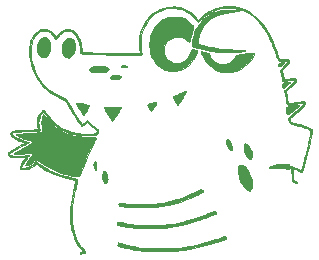
<source format=gtl>
G04 #@! TF.GenerationSoftware,KiCad,Pcbnew,5.1.4-e60b266~84~ubuntu18.04.1*
G04 #@! TF.CreationDate,2019-08-18T12:14:10-06:00*
G04 #@! TF.ProjectId,Tiny,54696e79-2e6b-4696-9361-645f70636258,rev?*
G04 #@! TF.SameCoordinates,Original*
G04 #@! TF.FileFunction,Copper,L1,Top*
G04 #@! TF.FilePolarity,Positive*
%FSLAX46Y46*%
G04 Gerber Fmt 4.6, Leading zero omitted, Abs format (unit mm)*
G04 Created by KiCad (PCBNEW 5.1.4-e60b266~84~ubuntu18.04.1) date 2019-08-18 12:14:10*
%MOMM*%
%LPD*%
G04 APERTURE LIST*
%ADD10C,0.010000*%
G04 APERTURE END LIST*
D10*
G36*
X159352262Y-74055885D02*
G01*
X159691746Y-74104786D01*
X160020020Y-74186325D01*
X160332473Y-74300117D01*
X160624497Y-74445777D01*
X160834917Y-74581115D01*
X160997612Y-74704834D01*
X161173588Y-74850981D01*
X161350210Y-75008511D01*
X161514842Y-75166378D01*
X161577722Y-75230489D01*
X161747398Y-75415421D01*
X161905452Y-75605735D01*
X162053966Y-75805253D01*
X162195023Y-76017793D01*
X162330703Y-76247178D01*
X162463089Y-76497227D01*
X162594262Y-76771761D01*
X162726305Y-77074599D01*
X162861298Y-77409563D01*
X163001325Y-77780472D01*
X163069150Y-77967417D01*
X163131306Y-78139025D01*
X163181989Y-78274709D01*
X163223077Y-78378717D01*
X163256446Y-78455296D01*
X163283973Y-78508695D01*
X163307534Y-78543163D01*
X163329006Y-78562948D01*
X163333387Y-78565614D01*
X163372245Y-78573297D01*
X163435282Y-78572657D01*
X163476411Y-78568295D01*
X163571210Y-78558534D01*
X163680781Y-78553033D01*
X163793637Y-78551724D01*
X163898291Y-78554536D01*
X163983256Y-78561399D01*
X164035473Y-78571679D01*
X164090722Y-78604635D01*
X164127718Y-78647338D01*
X164142456Y-78683469D01*
X164140708Y-78718890D01*
X164120158Y-78768637D01*
X164104295Y-78799447D01*
X164072768Y-78846330D01*
X164017067Y-78916168D01*
X163943073Y-79002109D01*
X163856673Y-79097301D01*
X163771890Y-79186535D01*
X163491530Y-79474993D01*
X163582059Y-79864205D01*
X163672587Y-80253417D01*
X163746002Y-80246455D01*
X163793097Y-80240249D01*
X163872066Y-80227982D01*
X163973144Y-80211244D01*
X164086569Y-80191622D01*
X164126333Y-80184555D01*
X164276840Y-80158395D01*
X164391891Y-80140876D01*
X164477479Y-80132026D01*
X164539595Y-80131871D01*
X164584233Y-80140439D01*
X164617383Y-80157758D01*
X164645038Y-80183855D01*
X164647721Y-80186934D01*
X164687758Y-80263120D01*
X164697256Y-80352634D01*
X164674425Y-80437734D01*
X164673231Y-80440016D01*
X164639965Y-80493740D01*
X164592254Y-80554950D01*
X164526339Y-80627599D01*
X164438461Y-80715635D01*
X164324859Y-80823008D01*
X164200417Y-80936820D01*
X164103748Y-81024784D01*
X164018277Y-81103475D01*
X163948831Y-81168372D01*
X163900240Y-81214955D01*
X163877331Y-81238702D01*
X163876247Y-81240336D01*
X163876788Y-81266327D01*
X163882925Y-81326601D01*
X163893582Y-81413638D01*
X163907683Y-81519916D01*
X163924154Y-81637914D01*
X163941920Y-81760112D01*
X163959905Y-81878987D01*
X163977035Y-81987019D01*
X163992234Y-82076688D01*
X164004428Y-82140471D01*
X164005823Y-82146856D01*
X164031639Y-82262295D01*
X164147778Y-82257074D01*
X164205956Y-82251941D01*
X164296798Y-82240864D01*
X164411250Y-82225086D01*
X164540258Y-82205852D01*
X164666083Y-82185835D01*
X164872850Y-82153810D01*
X165041735Y-82132093D01*
X165175880Y-82120554D01*
X165278428Y-82119061D01*
X165352523Y-82127484D01*
X165401308Y-82145691D01*
X165413354Y-82154683D01*
X165455771Y-82207213D01*
X165471693Y-82266590D01*
X165459694Y-82335266D01*
X165418352Y-82415691D01*
X165346243Y-82510317D01*
X165241943Y-82621593D01*
X165104029Y-82751972D01*
X165025917Y-82821667D01*
X164922974Y-82910410D01*
X164799721Y-83013915D01*
X164669438Y-83121179D01*
X164545404Y-83221200D01*
X164506165Y-83252273D01*
X164409987Y-83329835D01*
X164324723Y-83402073D01*
X164256438Y-83463572D01*
X164211201Y-83508916D01*
X164196026Y-83529110D01*
X164184763Y-83589825D01*
X164189929Y-83669613D01*
X164208425Y-83749986D01*
X164237151Y-83812458D01*
X164245257Y-83822770D01*
X164282992Y-83850214D01*
X164350410Y-83880496D01*
X164450339Y-83914550D01*
X164585607Y-83953314D01*
X164759041Y-83997724D01*
X164814250Y-84011158D01*
X165008382Y-84062052D01*
X165218635Y-84124228D01*
X165431245Y-84193183D01*
X165632448Y-84264416D01*
X165808483Y-84333425D01*
X165838993Y-84346363D01*
X165927222Y-84386203D01*
X165983892Y-84417673D01*
X166017321Y-84446620D01*
X166035823Y-84478892D01*
X166038628Y-84486750D01*
X166047815Y-84552567D01*
X166045220Y-84656209D01*
X166031389Y-84795001D01*
X166006868Y-84966271D01*
X165972205Y-85167344D01*
X165927946Y-85395548D01*
X165874638Y-85648207D01*
X165812828Y-85922649D01*
X165743062Y-86216201D01*
X165665887Y-86526187D01*
X165581850Y-86849936D01*
X165491498Y-87184772D01*
X165473779Y-87249000D01*
X165417088Y-87453080D01*
X165370064Y-87620186D01*
X165331364Y-87754219D01*
X165299647Y-87859080D01*
X165273569Y-87938672D01*
X165251788Y-87996896D01*
X165232960Y-88037654D01*
X165215742Y-88064848D01*
X165198792Y-88082379D01*
X165183400Y-88092706D01*
X165155384Y-88105366D01*
X165127497Y-88106157D01*
X165090286Y-88091873D01*
X165034300Y-88059314D01*
X164977143Y-88022811D01*
X164823733Y-87931325D01*
X164681769Y-87861847D01*
X164558831Y-87817920D01*
X164519267Y-87808773D01*
X164441098Y-87794109D01*
X164454075Y-88214763D01*
X164459043Y-88379159D01*
X164463517Y-88506775D01*
X164468941Y-88603121D01*
X164476758Y-88673706D01*
X164488414Y-88724039D01*
X164505351Y-88759629D01*
X164529013Y-88785987D01*
X164560844Y-88808620D01*
X164602287Y-88833039D01*
X164618609Y-88842599D01*
X164703186Y-88892578D01*
X164757326Y-88926106D01*
X164786559Y-88949058D01*
X164796415Y-88967307D01*
X164792423Y-88986730D01*
X164780114Y-89013202D01*
X164779813Y-89013861D01*
X164766056Y-89041123D01*
X164750367Y-89055846D01*
X164726112Y-89056215D01*
X164686659Y-89040413D01*
X164625374Y-89006622D01*
X164535624Y-88953026D01*
X164517289Y-88941954D01*
X164343612Y-88837048D01*
X164329747Y-88376399D01*
X164324970Y-88229888D01*
X164319659Y-88087588D01*
X164314203Y-87958528D01*
X164308989Y-87851740D01*
X164304404Y-87776254D01*
X164303518Y-87764742D01*
X164291152Y-87613733D01*
X164468034Y-87654916D01*
X164701825Y-87727495D01*
X164926708Y-87831834D01*
X165021430Y-87888006D01*
X165077582Y-87921816D01*
X165117806Y-87941975D01*
X165131043Y-87944679D01*
X165142961Y-87917903D01*
X165163937Y-87854544D01*
X165192771Y-87759090D01*
X165228264Y-87636032D01*
X165269214Y-87489858D01*
X165314421Y-87325056D01*
X165362686Y-87146115D01*
X165412808Y-86957524D01*
X165463586Y-86763772D01*
X165513822Y-86569348D01*
X165562314Y-86378741D01*
X165607862Y-86196438D01*
X165649266Y-86026930D01*
X165685326Y-85874705D01*
X165690578Y-85852000D01*
X165741884Y-85623643D01*
X165787898Y-85407534D01*
X165827980Y-85207420D01*
X165861490Y-85027049D01*
X165887789Y-84870166D01*
X165906237Y-84740518D01*
X165916194Y-84641852D01*
X165917020Y-84577915D01*
X165911869Y-84555903D01*
X165885327Y-84543478D01*
X165849157Y-84539667D01*
X165797847Y-84524212D01*
X165747073Y-84486343D01*
X165745922Y-84485115D01*
X165692695Y-84445976D01*
X165601054Y-84400383D01*
X165474237Y-84349438D01*
X165315483Y-84294245D01*
X165128031Y-84235910D01*
X164915119Y-84175535D01*
X164679986Y-84114224D01*
X164599220Y-84094256D01*
X164438728Y-84052208D01*
X164314871Y-84011542D01*
X164222296Y-83968257D01*
X164155650Y-83918349D01*
X164109577Y-83857816D01*
X164078725Y-83782655D01*
X164057852Y-83689522D01*
X164047880Y-83610868D01*
X164050233Y-83544403D01*
X164068718Y-83484051D01*
X164107145Y-83423732D01*
X164169325Y-83357371D01*
X164259065Y-83278889D01*
X164371659Y-83188865D01*
X164556991Y-83041213D01*
X164729037Y-82898931D01*
X164885034Y-82764620D01*
X165022223Y-82640882D01*
X165137842Y-82530320D01*
X165229130Y-82435535D01*
X165293326Y-82359130D01*
X165327669Y-82303708D01*
X165332833Y-82282985D01*
X165315623Y-82264027D01*
X165263191Y-82255126D01*
X165174337Y-82256343D01*
X165047859Y-82267742D01*
X164882556Y-82289388D01*
X164711085Y-82315815D01*
X164512774Y-82347352D01*
X164351886Y-82371259D01*
X164224218Y-82387622D01*
X164125569Y-82396527D01*
X164051737Y-82398060D01*
X163998520Y-82392307D01*
X163961716Y-82379353D01*
X163937124Y-82359285D01*
X163920541Y-82332189D01*
X163920451Y-82331992D01*
X163899428Y-82268781D01*
X163875021Y-82164390D01*
X163847418Y-82019823D01*
X163816807Y-81836082D01*
X163783376Y-81614169D01*
X163776433Y-81565750D01*
X163722212Y-81184750D01*
X163783741Y-81131833D01*
X163819193Y-81100575D01*
X163879549Y-81046535D01*
X163958436Y-80975454D01*
X164049478Y-80893076D01*
X164132980Y-80817258D01*
X164283535Y-80677282D01*
X164401209Y-80560739D01*
X164487225Y-80465977D01*
X164542802Y-80391343D01*
X164569162Y-80335187D01*
X164567526Y-80295857D01*
X164539115Y-80271699D01*
X164536877Y-80270808D01*
X164503758Y-80269382D01*
X164438458Y-80275069D01*
X164350333Y-80286800D01*
X164248738Y-80303509D01*
X164245836Y-80304030D01*
X164042797Y-80339200D01*
X163873511Y-80365646D01*
X163739518Y-80383191D01*
X163642358Y-80391656D01*
X163583573Y-80390864D01*
X163564898Y-80382691D01*
X163558129Y-80356073D01*
X163543272Y-80294404D01*
X163521792Y-80203875D01*
X163495155Y-80090674D01*
X163464824Y-79960994D01*
X163448641Y-79891517D01*
X163339843Y-79423784D01*
X163585188Y-79184044D01*
X163696846Y-79072374D01*
X163795702Y-78968530D01*
X163878364Y-78876481D01*
X163941441Y-78800201D01*
X163981540Y-78743661D01*
X163995270Y-78710833D01*
X163993487Y-78705932D01*
X163954544Y-78690394D01*
X163880399Y-78682214D01*
X163777561Y-78681520D01*
X163652540Y-78688444D01*
X163560912Y-78697264D01*
X163455681Y-78708509D01*
X163383529Y-78714164D01*
X163335519Y-78713824D01*
X163302716Y-78707082D01*
X163276182Y-78693533D01*
X163261923Y-78683682D01*
X163226233Y-78649647D01*
X163187952Y-78595623D01*
X163145498Y-78518186D01*
X163097289Y-78413911D01*
X163041742Y-78279371D01*
X162977274Y-78111143D01*
X162902303Y-77905801D01*
X162901627Y-77903917D01*
X162821216Y-77681382D01*
X162751223Y-77491794D01*
X162688698Y-77327933D01*
X162630691Y-77182578D01*
X162574250Y-77048508D01*
X162516426Y-76918504D01*
X162454268Y-76785346D01*
X162391324Y-76655083D01*
X162195457Y-76284100D01*
X161986506Y-75947835D01*
X161759227Y-75639408D01*
X161508375Y-75351934D01*
X161228704Y-75078532D01*
X161109775Y-74973447D01*
X160952032Y-74841218D01*
X160813872Y-74733776D01*
X160686193Y-74644772D01*
X160559896Y-74567856D01*
X160428132Y-74497803D01*
X160103502Y-74358503D01*
X159766148Y-74257746D01*
X159420036Y-74195171D01*
X159069130Y-74170417D01*
X158717398Y-74183122D01*
X158368805Y-74232927D01*
X158027316Y-74319468D01*
X157696898Y-74442386D01*
X157381516Y-74601319D01*
X157085136Y-74795905D01*
X157075445Y-74803140D01*
X157012433Y-74853455D01*
X156927914Y-74925297D01*
X156830862Y-75010819D01*
X156730249Y-75102171D01*
X156678750Y-75150080D01*
X156591795Y-75231020D01*
X156515446Y-75300720D01*
X156455032Y-75354423D01*
X156415881Y-75387376D01*
X156403583Y-75395617D01*
X156385723Y-75380412D01*
X156345496Y-75338522D01*
X156287995Y-75275482D01*
X156218314Y-75196826D01*
X156178250Y-75150773D01*
X156035017Y-74990644D01*
X155905658Y-74858879D01*
X155781867Y-74747787D01*
X155655338Y-74649674D01*
X155582698Y-74599213D01*
X155320075Y-74448163D01*
X155040111Y-74334209D01*
X154746198Y-74257537D01*
X154441728Y-74218334D01*
X154130091Y-74216787D01*
X153814680Y-74253081D01*
X153498886Y-74327405D01*
X153186100Y-74439945D01*
X153130467Y-74464236D01*
X152896193Y-74590863D01*
X152669537Y-74755121D01*
X152453873Y-74952520D01*
X152252577Y-75178572D01*
X152069025Y-75428786D01*
X151906591Y-75698673D01*
X151768652Y-75983744D01*
X151658584Y-76279509D01*
X151596715Y-76504098D01*
X151573564Y-76637533D01*
X151557425Y-76802772D01*
X151548206Y-76989887D01*
X151545813Y-77188950D01*
X151550152Y-77390031D01*
X151561129Y-77583203D01*
X151578651Y-77758537D01*
X151602624Y-77906105D01*
X151610269Y-77940223D01*
X151646284Y-78089436D01*
X151598896Y-78127808D01*
X151548813Y-78154497D01*
X151479208Y-78176021D01*
X151451879Y-78181204D01*
X151408279Y-78184207D01*
X151326374Y-78186276D01*
X151210183Y-78187459D01*
X151063723Y-78187801D01*
X150891013Y-78187349D01*
X150696070Y-78186150D01*
X150482911Y-78184250D01*
X150255555Y-78181696D01*
X150018020Y-78178535D01*
X149774323Y-78174812D01*
X149528482Y-78170575D01*
X149284516Y-78165871D01*
X149046440Y-78160745D01*
X148818275Y-78155244D01*
X148604036Y-78149415D01*
X148537083Y-78147427D01*
X148382671Y-78142460D01*
X148210828Y-78136448D01*
X148026144Y-78129595D01*
X147833210Y-78122101D01*
X147636615Y-78114167D01*
X147440949Y-78105996D01*
X147250802Y-78097789D01*
X147070765Y-78089747D01*
X146905426Y-78082072D01*
X146759377Y-78074966D01*
X146637207Y-78068629D01*
X146543506Y-78063264D01*
X146482863Y-78059072D01*
X146459870Y-78056255D01*
X146459837Y-78056226D01*
X146456193Y-78034837D01*
X146448993Y-77978738D01*
X146439125Y-77895316D01*
X146427476Y-77791959D01*
X146421195Y-77734511D01*
X146390640Y-77494002D01*
X146354025Y-77286606D01*
X146309487Y-77103314D01*
X146256814Y-76939645D01*
X146166006Y-76731584D01*
X146055189Y-76548351D01*
X145927696Y-76393287D01*
X145786859Y-76269733D01*
X145636012Y-76181029D01*
X145478487Y-76130517D01*
X145443995Y-76124957D01*
X145327768Y-76124467D01*
X145195579Y-76147752D01*
X145063584Y-76191011D01*
X144971022Y-76236251D01*
X144875176Y-76303362D01*
X144764919Y-76399407D01*
X144647798Y-76517127D01*
X144531359Y-76649260D01*
X144494250Y-76694940D01*
X144438476Y-76763495D01*
X144392154Y-76817489D01*
X144361665Y-76849637D01*
X144353688Y-76855408D01*
X144337052Y-76839296D01*
X144302230Y-76795004D01*
X144254535Y-76729563D01*
X144206345Y-76660375D01*
X144084631Y-76495104D01*
X143968359Y-76366292D01*
X143851716Y-76269584D01*
X143728890Y-76200630D01*
X143594068Y-76155078D01*
X143508177Y-76137681D01*
X143376814Y-76120519D01*
X143267595Y-76117226D01*
X143162648Y-76127859D01*
X143103583Y-76138962D01*
X143055312Y-76151116D01*
X143013225Y-76168510D01*
X142969797Y-76196589D01*
X142917504Y-76240796D01*
X142848821Y-76306575D01*
X142788200Y-76367124D01*
X142698698Y-76459331D01*
X142631997Y-76534887D01*
X142579488Y-76605522D01*
X142532564Y-76682970D01*
X142482617Y-76778962D01*
X142475516Y-76793287D01*
X142382958Y-77003502D01*
X142316511Y-77210863D01*
X142273021Y-77428314D01*
X142249337Y-77668794D01*
X142246103Y-77734989D01*
X142251023Y-78108661D01*
X142294212Y-78486527D01*
X142373598Y-78863743D01*
X142487111Y-79235464D01*
X142632679Y-79596844D01*
X142808231Y-79943038D01*
X143011695Y-80269201D01*
X143241002Y-80570487D01*
X143494078Y-80842053D01*
X143625787Y-80962500D01*
X143816225Y-81119785D01*
X144010034Y-81263797D01*
X144214924Y-81399379D01*
X144438604Y-81531378D01*
X144688782Y-81664636D01*
X144938750Y-81787638D01*
X145256250Y-81939123D01*
X145700750Y-82680955D01*
X145857461Y-82940865D01*
X146004934Y-83182214D01*
X146141262Y-83401984D01*
X146264538Y-83597157D01*
X146372853Y-83764715D01*
X146464301Y-83901639D01*
X146536973Y-84004913D01*
X146541032Y-84010431D01*
X146567955Y-84042218D01*
X146592353Y-84046139D01*
X146632581Y-84024453D01*
X146636282Y-84022148D01*
X146676898Y-83990276D01*
X146735655Y-83936124D01*
X146802595Y-83869075D01*
X146833823Y-83836022D01*
X146972062Y-83686883D01*
X147225406Y-83914184D01*
X147331210Y-84007200D01*
X147445200Y-84104230D01*
X147555403Y-84195272D01*
X147649847Y-84270324D01*
X147671663Y-84286980D01*
X147776867Y-84369230D01*
X147851507Y-84436162D01*
X147901008Y-84494754D01*
X147930792Y-84551982D01*
X147946282Y-84614824D01*
X147949860Y-84644892D01*
X147949627Y-84721474D01*
X147927733Y-84783745D01*
X147908471Y-84814833D01*
X147872052Y-84859853D01*
X147827055Y-84896694D01*
X147769411Y-84925992D01*
X147695047Y-84948382D01*
X147599891Y-84964500D01*
X147479872Y-84974981D01*
X147330919Y-84980461D01*
X147148959Y-84981575D01*
X146929922Y-84978959D01*
X146864917Y-84977716D01*
X146590442Y-84969754D01*
X146351369Y-84957078D01*
X146140917Y-84938585D01*
X145952310Y-84913174D01*
X145778769Y-84879745D01*
X145613515Y-84837196D01*
X145449770Y-84784427D01*
X145280967Y-84720421D01*
X145027918Y-84609056D01*
X144794656Y-84485581D01*
X144576143Y-84345879D01*
X144367346Y-84185835D01*
X144163228Y-84001335D01*
X143958754Y-83788264D01*
X143748888Y-83542506D01*
X143585262Y-83334707D01*
X143509149Y-83236244D01*
X143438756Y-83147122D01*
X143379377Y-83073897D01*
X143336307Y-83023129D01*
X143318187Y-83003996D01*
X143272500Y-82962750D01*
X143199093Y-83047417D01*
X143123887Y-83153860D01*
X143052637Y-83290400D01*
X142989782Y-83444800D01*
X142939756Y-83604826D01*
X142906997Y-83758242D01*
X142895919Y-83883500D01*
X142899925Y-83940411D01*
X142911257Y-84027400D01*
X142928237Y-84133178D01*
X142949186Y-84246458D01*
X142951975Y-84260457D01*
X142974505Y-84375414D01*
X142988457Y-84456179D01*
X142994406Y-84509894D01*
X142992925Y-84543699D01*
X142984588Y-84564735D01*
X142977143Y-84573595D01*
X142934047Y-84594455D01*
X142851260Y-84612069D01*
X142731315Y-84626209D01*
X142576748Y-84636642D01*
X142390093Y-84643139D01*
X142187083Y-84645451D01*
X141904968Y-84649245D01*
X141632287Y-84659247D01*
X141375562Y-84674970D01*
X141141316Y-84695925D01*
X140936072Y-84721622D01*
X140766353Y-84751573D01*
X140763625Y-84752157D01*
X140698035Y-84768859D01*
X140664511Y-84786828D01*
X140653106Y-84812549D01*
X140652500Y-84824618D01*
X140671284Y-84880002D01*
X140724459Y-84947548D01*
X140807258Y-85023329D01*
X140914916Y-85103419D01*
X141042666Y-85183890D01*
X141176065Y-85255998D01*
X141311175Y-85317047D01*
X141476964Y-85381285D01*
X141662391Y-85444708D01*
X141856417Y-85503316D01*
X141864292Y-85505529D01*
X141950583Y-85530977D01*
X142019158Y-85553618D01*
X142061392Y-85570462D01*
X142070667Y-85577140D01*
X142052873Y-85590817D01*
X142003168Y-85621123D01*
X141927065Y-85664904D01*
X141830079Y-85719002D01*
X141717724Y-85780264D01*
X141684375Y-85798210D01*
X141428469Y-85935923D01*
X141207816Y-86055615D01*
X141020063Y-86158706D01*
X140862857Y-86246616D01*
X140733844Y-86320764D01*
X140630672Y-86382570D01*
X140550988Y-86433452D01*
X140492437Y-86474831D01*
X140452668Y-86508125D01*
X140429327Y-86534755D01*
X140420061Y-86556138D01*
X140419667Y-86561088D01*
X140439663Y-86602877D01*
X140495081Y-86642942D01*
X140579057Y-86677449D01*
X140667538Y-86699507D01*
X140730943Y-86708452D01*
X140813847Y-86714493D01*
X140921085Y-86717723D01*
X141057493Y-86718236D01*
X141227907Y-86716125D01*
X141371583Y-86713099D01*
X141525536Y-86708977D01*
X141668934Y-86704243D01*
X141795292Y-86699182D01*
X141898123Y-86694079D01*
X141970941Y-86689218D01*
X142005427Y-86685291D01*
X142053099Y-86678760D01*
X142068780Y-86687320D01*
X142065924Y-86701663D01*
X142050564Y-86727403D01*
X142014260Y-86782040D01*
X141960778Y-86860098D01*
X141893885Y-86956100D01*
X141817347Y-87064570D01*
X141786386Y-87108105D01*
X141675547Y-87264533D01*
X141588326Y-87390641D01*
X141523130Y-87490117D01*
X141478367Y-87566651D01*
X141452444Y-87623930D01*
X141443770Y-87665643D01*
X141450751Y-87695479D01*
X141471796Y-87717126D01*
X141505312Y-87734273D01*
X141514499Y-87737923D01*
X141607642Y-87754050D01*
X141726674Y-87743279D01*
X141866502Y-87707564D01*
X142022034Y-87648859D01*
X142188179Y-87569116D01*
X142359845Y-87470288D01*
X142531939Y-87354329D01*
X142551082Y-87340313D01*
X142620905Y-87290234D01*
X142678544Y-87251627D01*
X142715189Y-87230273D01*
X142722430Y-87227833D01*
X142745532Y-87239925D01*
X142795362Y-87273027D01*
X142865062Y-87322380D01*
X142947775Y-87383223D01*
X142966221Y-87397062D01*
X143168353Y-87545310D01*
X143352425Y-87671038D01*
X143530341Y-87781635D01*
X143714003Y-87884487D01*
X143915315Y-87986979D01*
X143922750Y-87990613D01*
X144357851Y-88185756D01*
X144790988Y-88344299D01*
X145233177Y-88469934D01*
X145573750Y-88544090D01*
X145755618Y-88578834D01*
X145899749Y-88607886D01*
X146009769Y-88634578D01*
X146089302Y-88662241D01*
X146141972Y-88694205D01*
X146171405Y-88733801D01*
X146181225Y-88784361D01*
X146175056Y-88849214D01*
X146156524Y-88931693D01*
X146129252Y-89035127D01*
X146125124Y-89050777D01*
X146082671Y-89222303D01*
X146036185Y-89427605D01*
X145987229Y-89658499D01*
X145937369Y-89906801D01*
X145888166Y-90164324D01*
X145841186Y-90422885D01*
X145797992Y-90674298D01*
X145760149Y-90910379D01*
X145729280Y-91122500D01*
X145718199Y-91234158D01*
X145710091Y-91377881D01*
X145704949Y-91543792D01*
X145702772Y-91722017D01*
X145703553Y-91902677D01*
X145707290Y-92075898D01*
X145713978Y-92231803D01*
X145723613Y-92360515D01*
X145729820Y-92413667D01*
X145793806Y-92789915D01*
X145877767Y-93135289D01*
X145983847Y-93457309D01*
X146114188Y-93763495D01*
X146115243Y-93765709D01*
X146235765Y-93999878D01*
X146365037Y-94211313D01*
X146513365Y-94415800D01*
X146641823Y-94572360D01*
X146727309Y-94675387D01*
X146785548Y-94754088D01*
X146819557Y-94813744D01*
X146832347Y-94859636D01*
X146827023Y-94896813D01*
X146804180Y-94912971D01*
X146752197Y-94936042D01*
X146682824Y-94961978D01*
X146607810Y-94986733D01*
X146538907Y-95006258D01*
X146487863Y-95016506D01*
X146477629Y-95017167D01*
X146456899Y-94999387D01*
X146444341Y-94969542D01*
X146434165Y-94926909D01*
X146431289Y-94908792D01*
X146449616Y-94896256D01*
X146496690Y-94878826D01*
X146531542Y-94868630D01*
X146594032Y-94849641D01*
X146639165Y-94831956D01*
X146650518Y-94825220D01*
X146644990Y-94803724D01*
X146615910Y-94757947D01*
X146568195Y-94694937D01*
X146516182Y-94632548D01*
X146285726Y-94336125D01*
X146086989Y-94014937D01*
X145919420Y-93667723D01*
X145782467Y-93293224D01*
X145675580Y-92890179D01*
X145615453Y-92572417D01*
X145598274Y-92435266D01*
X145584565Y-92266591D01*
X145574590Y-92077077D01*
X145568616Y-91877412D01*
X145566910Y-91678282D01*
X145569735Y-91490374D01*
X145577360Y-91324376D01*
X145582708Y-91256628D01*
X145600597Y-91096612D01*
X145627222Y-90902813D01*
X145661243Y-90682565D01*
X145701319Y-90443202D01*
X145746109Y-90192057D01*
X145794273Y-89936464D01*
X145844470Y-89683757D01*
X145895360Y-89441269D01*
X145945601Y-89216334D01*
X145987958Y-89039759D01*
X146011393Y-88942620D01*
X146029435Y-88861444D01*
X146040376Y-88804411D01*
X146042506Y-88779704D01*
X146042324Y-88779435D01*
X146019536Y-88772812D01*
X145962780Y-88760449D01*
X145879785Y-88743921D01*
X145778279Y-88724802D01*
X145740286Y-88717877D01*
X145210159Y-88604035D01*
X144708258Y-88459172D01*
X144233701Y-88283002D01*
X143849381Y-88107540D01*
X143651584Y-88005963D01*
X143478450Y-87909891D01*
X143317071Y-87811321D01*
X143154543Y-87702250D01*
X142977959Y-87574677D01*
X142919397Y-87530911D01*
X142843934Y-87475606D01*
X142780021Y-87431442D01*
X142735683Y-87403806D01*
X142720237Y-87397167D01*
X142693311Y-87409080D01*
X142644325Y-87440128D01*
X142591173Y-87478213D01*
X142395953Y-87610701D01*
X142194851Y-87720569D01*
X141995804Y-87804306D01*
X141806746Y-87858399D01*
X141692033Y-87876088D01*
X141552326Y-87877048D01*
X141442810Y-87851792D01*
X141364882Y-87801148D01*
X141319937Y-87725945D01*
X141308666Y-87648541D01*
X141316219Y-87606019D01*
X141340035Y-87546952D01*
X141381855Y-87468459D01*
X141443415Y-87367659D01*
X141526457Y-87241671D01*
X141632718Y-87087616D01*
X141731711Y-86947696D01*
X141768537Y-86892833D01*
X141790776Y-86853277D01*
X141794057Y-86839607D01*
X141770779Y-86838099D01*
X141713137Y-86839360D01*
X141628987Y-86843086D01*
X141526186Y-86848973D01*
X141488583Y-86851400D01*
X141246891Y-86862379D01*
X141025180Y-86862355D01*
X140827541Y-86851711D01*
X140658065Y-86830832D01*
X140520841Y-86800101D01*
X140419960Y-86759903D01*
X140402467Y-86749448D01*
X140336325Y-86696619D01*
X140302782Y-86639641D01*
X140293340Y-86567111D01*
X140295591Y-86527317D01*
X140305071Y-86489897D01*
X140324799Y-86452667D01*
X140357793Y-86413446D01*
X140407072Y-86370051D01*
X140475654Y-86320301D01*
X140566559Y-86262011D01*
X140682805Y-86193002D01*
X140827411Y-86111089D01*
X141003395Y-86014091D01*
X141213775Y-85899825D01*
X141224000Y-85894296D01*
X141353903Y-85823812D01*
X141471549Y-85759504D01*
X141571779Y-85704233D01*
X141649433Y-85660856D01*
X141699349Y-85632233D01*
X141716119Y-85621636D01*
X141705004Y-85609210D01*
X141661486Y-85589489D01*
X141594055Y-85566122D01*
X141569833Y-85558770D01*
X141434514Y-85512272D01*
X141280500Y-85448612D01*
X141122400Y-85374655D01*
X140974820Y-85297264D01*
X140852366Y-85223305D01*
X140843984Y-85217668D01*
X140712954Y-85118223D01*
X140613029Y-85020363D01*
X140545351Y-84926951D01*
X140511064Y-84840850D01*
X140511309Y-84764924D01*
X140547229Y-84702035D01*
X140619549Y-84655221D01*
X140714648Y-84625651D01*
X140851313Y-84598898D01*
X141028868Y-84575021D01*
X141246636Y-84554082D01*
X141503939Y-84536143D01*
X141800101Y-84521266D01*
X142134445Y-84509511D01*
X142263653Y-84506065D01*
X142411910Y-84501821D01*
X142546784Y-84496829D01*
X142662304Y-84491402D01*
X142752504Y-84485851D01*
X142811415Y-84480489D01*
X142832423Y-84476317D01*
X142843189Y-84459463D01*
X142844431Y-84423219D01*
X142835568Y-84360628D01*
X142816024Y-84264733D01*
X142814061Y-84255780D01*
X142776729Y-84015448D01*
X142775168Y-83788220D01*
X142810364Y-83565994D01*
X142883305Y-83340668D01*
X142941441Y-83209206D01*
X143008911Y-83087324D01*
X143084445Y-82981605D01*
X143162038Y-82898936D01*
X143235684Y-82846203D01*
X143269406Y-82833150D01*
X143303786Y-82829093D01*
X143335854Y-82840344D01*
X143375451Y-82872809D01*
X143429531Y-82929253D01*
X143480547Y-82987760D01*
X143548747Y-83070216D01*
X143626030Y-83166624D01*
X143704289Y-83266984D01*
X143721550Y-83289543D01*
X143946752Y-83570338D01*
X144166978Y-83813704D01*
X144386872Y-84023437D01*
X144611075Y-84203335D01*
X144844230Y-84357196D01*
X145090977Y-84488815D01*
X145298583Y-84579570D01*
X145476126Y-84647225D01*
X145643148Y-84702832D01*
X145806490Y-84747452D01*
X145972994Y-84782148D01*
X146149502Y-84807981D01*
X146342853Y-84826014D01*
X146559891Y-84837308D01*
X146807456Y-84842924D01*
X147002500Y-84844047D01*
X147201071Y-84843607D01*
X147361798Y-84841609D01*
X147489163Y-84837404D01*
X147587644Y-84830343D01*
X147661722Y-84819776D01*
X147715878Y-84805054D01*
X147754592Y-84785527D01*
X147782343Y-84760546D01*
X147803612Y-84729461D01*
X147804561Y-84727780D01*
X147822700Y-84675551D01*
X147815545Y-84622375D01*
X147780208Y-84563801D01*
X147713802Y-84495380D01*
X147613441Y-84412662D01*
X147587039Y-84392498D01*
X147490151Y-84316823D01*
X147377604Y-84225171D01*
X147264841Y-84130283D01*
X147185378Y-84061073D01*
X146976673Y-83875526D01*
X146889045Y-83973631D01*
X146782168Y-84078868D01*
X146683926Y-84146354D01*
X146595808Y-84175554D01*
X146519305Y-84165932D01*
X146464220Y-84126502D01*
X146419399Y-84071129D01*
X146354843Y-83980824D01*
X146271748Y-83857453D01*
X146171308Y-83702882D01*
X146054719Y-83518978D01*
X145923175Y-83307605D01*
X145777871Y-83070631D01*
X145620002Y-82809921D01*
X145603330Y-82782219D01*
X145157470Y-82040925D01*
X144813100Y-81875198D01*
X144447651Y-81688540D01*
X144120371Y-81497755D01*
X143827102Y-81299455D01*
X143563687Y-81090250D01*
X143325967Y-80866753D01*
X143109786Y-80625575D01*
X142910985Y-80363327D01*
X142852074Y-80276980D01*
X142663865Y-79964070D01*
X142499804Y-79629354D01*
X142361697Y-79279336D01*
X142251348Y-78920519D01*
X142170563Y-78559405D01*
X142121147Y-78202497D01*
X142104905Y-77856299D01*
X142114548Y-77619979D01*
X142154905Y-77313233D01*
X142224780Y-77034924D01*
X142325616Y-76781802D01*
X142458860Y-76550615D01*
X142625957Y-76338115D01*
X142733928Y-76226956D01*
X142840027Y-76130797D01*
X142932926Y-76063189D01*
X143023925Y-76020003D01*
X143124322Y-75997109D01*
X143245417Y-75990380D01*
X143370922Y-75994174D01*
X143569866Y-76015153D01*
X143739390Y-76058539D01*
X143887545Y-76128648D01*
X144022379Y-76229798D01*
X144151944Y-76366309D01*
X144215976Y-76447455D01*
X144361036Y-76640510D01*
X144482768Y-76499071D01*
X144620509Y-76349217D01*
X144749668Y-76231477D01*
X144878378Y-76139075D01*
X144987485Y-76078347D01*
X145063822Y-76041812D01*
X145123413Y-76018628D01*
X145180492Y-76005769D01*
X145249296Y-76000210D01*
X145344062Y-75998927D01*
X145361336Y-75998917D01*
X145462199Y-75999938D01*
X145534735Y-76004866D01*
X145592936Y-76016497D01*
X145650793Y-76037626D01*
X145722287Y-76071043D01*
X145894238Y-76178245D01*
X146049575Y-76323259D01*
X146186617Y-76504286D01*
X146277907Y-76665667D01*
X146335642Y-76787476D01*
X146384150Y-76904856D01*
X146425149Y-77024714D01*
X146460355Y-77153957D01*
X146491482Y-77299490D01*
X146520249Y-77468222D01*
X146548370Y-77667059D01*
X146570390Y-77842750D01*
X146580873Y-77929749D01*
X146807561Y-77943273D01*
X146973828Y-77952400D01*
X147167711Y-77961675D01*
X147385662Y-77971012D01*
X147624132Y-77980326D01*
X147879573Y-77989531D01*
X148148435Y-77998541D01*
X148427171Y-78007271D01*
X148712231Y-78015634D01*
X149000067Y-78023546D01*
X149287130Y-78030920D01*
X149569872Y-78037671D01*
X149844743Y-78043712D01*
X150108196Y-78048959D01*
X150356682Y-78053326D01*
X150586652Y-78056727D01*
X150794557Y-78059076D01*
X150976848Y-78060288D01*
X151129978Y-78060276D01*
X151250397Y-78058956D01*
X151334557Y-78056241D01*
X151370130Y-78053449D01*
X151438881Y-78043435D01*
X151474237Y-78032302D01*
X151484974Y-78015205D01*
X151481226Y-77992101D01*
X151461038Y-77893329D01*
X151444155Y-77760935D01*
X151430810Y-77603519D01*
X151421234Y-77429679D01*
X151415659Y-77248016D01*
X151414316Y-77067129D01*
X151417436Y-76895618D01*
X151425251Y-76742081D01*
X151437993Y-76615119D01*
X151443236Y-76581000D01*
X151475328Y-76435460D01*
X151524077Y-76266721D01*
X151584840Y-76088169D01*
X151652972Y-75913188D01*
X151723829Y-75755164D01*
X151743224Y-75716364D01*
X151931574Y-75388953D01*
X152141700Y-75097131D01*
X152372969Y-74841306D01*
X152624747Y-74621886D01*
X152896401Y-74439280D01*
X153187297Y-74293896D01*
X153496801Y-74186141D01*
X153824279Y-74116426D01*
X154169098Y-74085156D01*
X154277989Y-74083333D01*
X154608726Y-74102290D01*
X154921860Y-74159484D01*
X155218944Y-74255400D01*
X155501530Y-74390522D01*
X155733750Y-74538175D01*
X155863253Y-74640493D01*
X156008006Y-74772596D01*
X156161287Y-74928086D01*
X156277810Y-75056211D01*
X156416724Y-75214172D01*
X156632301Y-75009194D01*
X156864039Y-74801628D01*
X157088769Y-74627774D01*
X157314865Y-74481903D01*
X157550703Y-74358287D01*
X157648062Y-74314471D01*
X157974439Y-74194390D01*
X158312657Y-74108876D01*
X158658108Y-74057545D01*
X159006180Y-74040010D01*
X159352262Y-74055885D01*
X159352262Y-74055885D01*
G37*
X159352262Y-74055885D02*
X159691746Y-74104786D01*
X160020020Y-74186325D01*
X160332473Y-74300117D01*
X160624497Y-74445777D01*
X160834917Y-74581115D01*
X160997612Y-74704834D01*
X161173588Y-74850981D01*
X161350210Y-75008511D01*
X161514842Y-75166378D01*
X161577722Y-75230489D01*
X161747398Y-75415421D01*
X161905452Y-75605735D01*
X162053966Y-75805253D01*
X162195023Y-76017793D01*
X162330703Y-76247178D01*
X162463089Y-76497227D01*
X162594262Y-76771761D01*
X162726305Y-77074599D01*
X162861298Y-77409563D01*
X163001325Y-77780472D01*
X163069150Y-77967417D01*
X163131306Y-78139025D01*
X163181989Y-78274709D01*
X163223077Y-78378717D01*
X163256446Y-78455296D01*
X163283973Y-78508695D01*
X163307534Y-78543163D01*
X163329006Y-78562948D01*
X163333387Y-78565614D01*
X163372245Y-78573297D01*
X163435282Y-78572657D01*
X163476411Y-78568295D01*
X163571210Y-78558534D01*
X163680781Y-78553033D01*
X163793637Y-78551724D01*
X163898291Y-78554536D01*
X163983256Y-78561399D01*
X164035473Y-78571679D01*
X164090722Y-78604635D01*
X164127718Y-78647338D01*
X164142456Y-78683469D01*
X164140708Y-78718890D01*
X164120158Y-78768637D01*
X164104295Y-78799447D01*
X164072768Y-78846330D01*
X164017067Y-78916168D01*
X163943073Y-79002109D01*
X163856673Y-79097301D01*
X163771890Y-79186535D01*
X163491530Y-79474993D01*
X163582059Y-79864205D01*
X163672587Y-80253417D01*
X163746002Y-80246455D01*
X163793097Y-80240249D01*
X163872066Y-80227982D01*
X163973144Y-80211244D01*
X164086569Y-80191622D01*
X164126333Y-80184555D01*
X164276840Y-80158395D01*
X164391891Y-80140876D01*
X164477479Y-80132026D01*
X164539595Y-80131871D01*
X164584233Y-80140439D01*
X164617383Y-80157758D01*
X164645038Y-80183855D01*
X164647721Y-80186934D01*
X164687758Y-80263120D01*
X164697256Y-80352634D01*
X164674425Y-80437734D01*
X164673231Y-80440016D01*
X164639965Y-80493740D01*
X164592254Y-80554950D01*
X164526339Y-80627599D01*
X164438461Y-80715635D01*
X164324859Y-80823008D01*
X164200417Y-80936820D01*
X164103748Y-81024784D01*
X164018277Y-81103475D01*
X163948831Y-81168372D01*
X163900240Y-81214955D01*
X163877331Y-81238702D01*
X163876247Y-81240336D01*
X163876788Y-81266327D01*
X163882925Y-81326601D01*
X163893582Y-81413638D01*
X163907683Y-81519916D01*
X163924154Y-81637914D01*
X163941920Y-81760112D01*
X163959905Y-81878987D01*
X163977035Y-81987019D01*
X163992234Y-82076688D01*
X164004428Y-82140471D01*
X164005823Y-82146856D01*
X164031639Y-82262295D01*
X164147778Y-82257074D01*
X164205956Y-82251941D01*
X164296798Y-82240864D01*
X164411250Y-82225086D01*
X164540258Y-82205852D01*
X164666083Y-82185835D01*
X164872850Y-82153810D01*
X165041735Y-82132093D01*
X165175880Y-82120554D01*
X165278428Y-82119061D01*
X165352523Y-82127484D01*
X165401308Y-82145691D01*
X165413354Y-82154683D01*
X165455771Y-82207213D01*
X165471693Y-82266590D01*
X165459694Y-82335266D01*
X165418352Y-82415691D01*
X165346243Y-82510317D01*
X165241943Y-82621593D01*
X165104029Y-82751972D01*
X165025917Y-82821667D01*
X164922974Y-82910410D01*
X164799721Y-83013915D01*
X164669438Y-83121179D01*
X164545404Y-83221200D01*
X164506165Y-83252273D01*
X164409987Y-83329835D01*
X164324723Y-83402073D01*
X164256438Y-83463572D01*
X164211201Y-83508916D01*
X164196026Y-83529110D01*
X164184763Y-83589825D01*
X164189929Y-83669613D01*
X164208425Y-83749986D01*
X164237151Y-83812458D01*
X164245257Y-83822770D01*
X164282992Y-83850214D01*
X164350410Y-83880496D01*
X164450339Y-83914550D01*
X164585607Y-83953314D01*
X164759041Y-83997724D01*
X164814250Y-84011158D01*
X165008382Y-84062052D01*
X165218635Y-84124228D01*
X165431245Y-84193183D01*
X165632448Y-84264416D01*
X165808483Y-84333425D01*
X165838993Y-84346363D01*
X165927222Y-84386203D01*
X165983892Y-84417673D01*
X166017321Y-84446620D01*
X166035823Y-84478892D01*
X166038628Y-84486750D01*
X166047815Y-84552567D01*
X166045220Y-84656209D01*
X166031389Y-84795001D01*
X166006868Y-84966271D01*
X165972205Y-85167344D01*
X165927946Y-85395548D01*
X165874638Y-85648207D01*
X165812828Y-85922649D01*
X165743062Y-86216201D01*
X165665887Y-86526187D01*
X165581850Y-86849936D01*
X165491498Y-87184772D01*
X165473779Y-87249000D01*
X165417088Y-87453080D01*
X165370064Y-87620186D01*
X165331364Y-87754219D01*
X165299647Y-87859080D01*
X165273569Y-87938672D01*
X165251788Y-87996896D01*
X165232960Y-88037654D01*
X165215742Y-88064848D01*
X165198792Y-88082379D01*
X165183400Y-88092706D01*
X165155384Y-88105366D01*
X165127497Y-88106157D01*
X165090286Y-88091873D01*
X165034300Y-88059314D01*
X164977143Y-88022811D01*
X164823733Y-87931325D01*
X164681769Y-87861847D01*
X164558831Y-87817920D01*
X164519267Y-87808773D01*
X164441098Y-87794109D01*
X164454075Y-88214763D01*
X164459043Y-88379159D01*
X164463517Y-88506775D01*
X164468941Y-88603121D01*
X164476758Y-88673706D01*
X164488414Y-88724039D01*
X164505351Y-88759629D01*
X164529013Y-88785987D01*
X164560844Y-88808620D01*
X164602287Y-88833039D01*
X164618609Y-88842599D01*
X164703186Y-88892578D01*
X164757326Y-88926106D01*
X164786559Y-88949058D01*
X164796415Y-88967307D01*
X164792423Y-88986730D01*
X164780114Y-89013202D01*
X164779813Y-89013861D01*
X164766056Y-89041123D01*
X164750367Y-89055846D01*
X164726112Y-89056215D01*
X164686659Y-89040413D01*
X164625374Y-89006622D01*
X164535624Y-88953026D01*
X164517289Y-88941954D01*
X164343612Y-88837048D01*
X164329747Y-88376399D01*
X164324970Y-88229888D01*
X164319659Y-88087588D01*
X164314203Y-87958528D01*
X164308989Y-87851740D01*
X164304404Y-87776254D01*
X164303518Y-87764742D01*
X164291152Y-87613733D01*
X164468034Y-87654916D01*
X164701825Y-87727495D01*
X164926708Y-87831834D01*
X165021430Y-87888006D01*
X165077582Y-87921816D01*
X165117806Y-87941975D01*
X165131043Y-87944679D01*
X165142961Y-87917903D01*
X165163937Y-87854544D01*
X165192771Y-87759090D01*
X165228264Y-87636032D01*
X165269214Y-87489858D01*
X165314421Y-87325056D01*
X165362686Y-87146115D01*
X165412808Y-86957524D01*
X165463586Y-86763772D01*
X165513822Y-86569348D01*
X165562314Y-86378741D01*
X165607862Y-86196438D01*
X165649266Y-86026930D01*
X165685326Y-85874705D01*
X165690578Y-85852000D01*
X165741884Y-85623643D01*
X165787898Y-85407534D01*
X165827980Y-85207420D01*
X165861490Y-85027049D01*
X165887789Y-84870166D01*
X165906237Y-84740518D01*
X165916194Y-84641852D01*
X165917020Y-84577915D01*
X165911869Y-84555903D01*
X165885327Y-84543478D01*
X165849157Y-84539667D01*
X165797847Y-84524212D01*
X165747073Y-84486343D01*
X165745922Y-84485115D01*
X165692695Y-84445976D01*
X165601054Y-84400383D01*
X165474237Y-84349438D01*
X165315483Y-84294245D01*
X165128031Y-84235910D01*
X164915119Y-84175535D01*
X164679986Y-84114224D01*
X164599220Y-84094256D01*
X164438728Y-84052208D01*
X164314871Y-84011542D01*
X164222296Y-83968257D01*
X164155650Y-83918349D01*
X164109577Y-83857816D01*
X164078725Y-83782655D01*
X164057852Y-83689522D01*
X164047880Y-83610868D01*
X164050233Y-83544403D01*
X164068718Y-83484051D01*
X164107145Y-83423732D01*
X164169325Y-83357371D01*
X164259065Y-83278889D01*
X164371659Y-83188865D01*
X164556991Y-83041213D01*
X164729037Y-82898931D01*
X164885034Y-82764620D01*
X165022223Y-82640882D01*
X165137842Y-82530320D01*
X165229130Y-82435535D01*
X165293326Y-82359130D01*
X165327669Y-82303708D01*
X165332833Y-82282985D01*
X165315623Y-82264027D01*
X165263191Y-82255126D01*
X165174337Y-82256343D01*
X165047859Y-82267742D01*
X164882556Y-82289388D01*
X164711085Y-82315815D01*
X164512774Y-82347352D01*
X164351886Y-82371259D01*
X164224218Y-82387622D01*
X164125569Y-82396527D01*
X164051737Y-82398060D01*
X163998520Y-82392307D01*
X163961716Y-82379353D01*
X163937124Y-82359285D01*
X163920541Y-82332189D01*
X163920451Y-82331992D01*
X163899428Y-82268781D01*
X163875021Y-82164390D01*
X163847418Y-82019823D01*
X163816807Y-81836082D01*
X163783376Y-81614169D01*
X163776433Y-81565750D01*
X163722212Y-81184750D01*
X163783741Y-81131833D01*
X163819193Y-81100575D01*
X163879549Y-81046535D01*
X163958436Y-80975454D01*
X164049478Y-80893076D01*
X164132980Y-80817258D01*
X164283535Y-80677282D01*
X164401209Y-80560739D01*
X164487225Y-80465977D01*
X164542802Y-80391343D01*
X164569162Y-80335187D01*
X164567526Y-80295857D01*
X164539115Y-80271699D01*
X164536877Y-80270808D01*
X164503758Y-80269382D01*
X164438458Y-80275069D01*
X164350333Y-80286800D01*
X164248738Y-80303509D01*
X164245836Y-80304030D01*
X164042797Y-80339200D01*
X163873511Y-80365646D01*
X163739518Y-80383191D01*
X163642358Y-80391656D01*
X163583573Y-80390864D01*
X163564898Y-80382691D01*
X163558129Y-80356073D01*
X163543272Y-80294404D01*
X163521792Y-80203875D01*
X163495155Y-80090674D01*
X163464824Y-79960994D01*
X163448641Y-79891517D01*
X163339843Y-79423784D01*
X163585188Y-79184044D01*
X163696846Y-79072374D01*
X163795702Y-78968530D01*
X163878364Y-78876481D01*
X163941441Y-78800201D01*
X163981540Y-78743661D01*
X163995270Y-78710833D01*
X163993487Y-78705932D01*
X163954544Y-78690394D01*
X163880399Y-78682214D01*
X163777561Y-78681520D01*
X163652540Y-78688444D01*
X163560912Y-78697264D01*
X163455681Y-78708509D01*
X163383529Y-78714164D01*
X163335519Y-78713824D01*
X163302716Y-78707082D01*
X163276182Y-78693533D01*
X163261923Y-78683682D01*
X163226233Y-78649647D01*
X163187952Y-78595623D01*
X163145498Y-78518186D01*
X163097289Y-78413911D01*
X163041742Y-78279371D01*
X162977274Y-78111143D01*
X162902303Y-77905801D01*
X162901627Y-77903917D01*
X162821216Y-77681382D01*
X162751223Y-77491794D01*
X162688698Y-77327933D01*
X162630691Y-77182578D01*
X162574250Y-77048508D01*
X162516426Y-76918504D01*
X162454268Y-76785346D01*
X162391324Y-76655083D01*
X162195457Y-76284100D01*
X161986506Y-75947835D01*
X161759227Y-75639408D01*
X161508375Y-75351934D01*
X161228704Y-75078532D01*
X161109775Y-74973447D01*
X160952032Y-74841218D01*
X160813872Y-74733776D01*
X160686193Y-74644772D01*
X160559896Y-74567856D01*
X160428132Y-74497803D01*
X160103502Y-74358503D01*
X159766148Y-74257746D01*
X159420036Y-74195171D01*
X159069130Y-74170417D01*
X158717398Y-74183122D01*
X158368805Y-74232927D01*
X158027316Y-74319468D01*
X157696898Y-74442386D01*
X157381516Y-74601319D01*
X157085136Y-74795905D01*
X157075445Y-74803140D01*
X157012433Y-74853455D01*
X156927914Y-74925297D01*
X156830862Y-75010819D01*
X156730249Y-75102171D01*
X156678750Y-75150080D01*
X156591795Y-75231020D01*
X156515446Y-75300720D01*
X156455032Y-75354423D01*
X156415881Y-75387376D01*
X156403583Y-75395617D01*
X156385723Y-75380412D01*
X156345496Y-75338522D01*
X156287995Y-75275482D01*
X156218314Y-75196826D01*
X156178250Y-75150773D01*
X156035017Y-74990644D01*
X155905658Y-74858879D01*
X155781867Y-74747787D01*
X155655338Y-74649674D01*
X155582698Y-74599213D01*
X155320075Y-74448163D01*
X155040111Y-74334209D01*
X154746198Y-74257537D01*
X154441728Y-74218334D01*
X154130091Y-74216787D01*
X153814680Y-74253081D01*
X153498886Y-74327405D01*
X153186100Y-74439945D01*
X153130467Y-74464236D01*
X152896193Y-74590863D01*
X152669537Y-74755121D01*
X152453873Y-74952520D01*
X152252577Y-75178572D01*
X152069025Y-75428786D01*
X151906591Y-75698673D01*
X151768652Y-75983744D01*
X151658584Y-76279509D01*
X151596715Y-76504098D01*
X151573564Y-76637533D01*
X151557425Y-76802772D01*
X151548206Y-76989887D01*
X151545813Y-77188950D01*
X151550152Y-77390031D01*
X151561129Y-77583203D01*
X151578651Y-77758537D01*
X151602624Y-77906105D01*
X151610269Y-77940223D01*
X151646284Y-78089436D01*
X151598896Y-78127808D01*
X151548813Y-78154497D01*
X151479208Y-78176021D01*
X151451879Y-78181204D01*
X151408279Y-78184207D01*
X151326374Y-78186276D01*
X151210183Y-78187459D01*
X151063723Y-78187801D01*
X150891013Y-78187349D01*
X150696070Y-78186150D01*
X150482911Y-78184250D01*
X150255555Y-78181696D01*
X150018020Y-78178535D01*
X149774323Y-78174812D01*
X149528482Y-78170575D01*
X149284516Y-78165871D01*
X149046440Y-78160745D01*
X148818275Y-78155244D01*
X148604036Y-78149415D01*
X148537083Y-78147427D01*
X148382671Y-78142460D01*
X148210828Y-78136448D01*
X148026144Y-78129595D01*
X147833210Y-78122101D01*
X147636615Y-78114167D01*
X147440949Y-78105996D01*
X147250802Y-78097789D01*
X147070765Y-78089747D01*
X146905426Y-78082072D01*
X146759377Y-78074966D01*
X146637207Y-78068629D01*
X146543506Y-78063264D01*
X146482863Y-78059072D01*
X146459870Y-78056255D01*
X146459837Y-78056226D01*
X146456193Y-78034837D01*
X146448993Y-77978738D01*
X146439125Y-77895316D01*
X146427476Y-77791959D01*
X146421195Y-77734511D01*
X146390640Y-77494002D01*
X146354025Y-77286606D01*
X146309487Y-77103314D01*
X146256814Y-76939645D01*
X146166006Y-76731584D01*
X146055189Y-76548351D01*
X145927696Y-76393287D01*
X145786859Y-76269733D01*
X145636012Y-76181029D01*
X145478487Y-76130517D01*
X145443995Y-76124957D01*
X145327768Y-76124467D01*
X145195579Y-76147752D01*
X145063584Y-76191011D01*
X144971022Y-76236251D01*
X144875176Y-76303362D01*
X144764919Y-76399407D01*
X144647798Y-76517127D01*
X144531359Y-76649260D01*
X144494250Y-76694940D01*
X144438476Y-76763495D01*
X144392154Y-76817489D01*
X144361665Y-76849637D01*
X144353688Y-76855408D01*
X144337052Y-76839296D01*
X144302230Y-76795004D01*
X144254535Y-76729563D01*
X144206345Y-76660375D01*
X144084631Y-76495104D01*
X143968359Y-76366292D01*
X143851716Y-76269584D01*
X143728890Y-76200630D01*
X143594068Y-76155078D01*
X143508177Y-76137681D01*
X143376814Y-76120519D01*
X143267595Y-76117226D01*
X143162648Y-76127859D01*
X143103583Y-76138962D01*
X143055312Y-76151116D01*
X143013225Y-76168510D01*
X142969797Y-76196589D01*
X142917504Y-76240796D01*
X142848821Y-76306575D01*
X142788200Y-76367124D01*
X142698698Y-76459331D01*
X142631997Y-76534887D01*
X142579488Y-76605522D01*
X142532564Y-76682970D01*
X142482617Y-76778962D01*
X142475516Y-76793287D01*
X142382958Y-77003502D01*
X142316511Y-77210863D01*
X142273021Y-77428314D01*
X142249337Y-77668794D01*
X142246103Y-77734989D01*
X142251023Y-78108661D01*
X142294212Y-78486527D01*
X142373598Y-78863743D01*
X142487111Y-79235464D01*
X142632679Y-79596844D01*
X142808231Y-79943038D01*
X143011695Y-80269201D01*
X143241002Y-80570487D01*
X143494078Y-80842053D01*
X143625787Y-80962500D01*
X143816225Y-81119785D01*
X144010034Y-81263797D01*
X144214924Y-81399379D01*
X144438604Y-81531378D01*
X144688782Y-81664636D01*
X144938750Y-81787638D01*
X145256250Y-81939123D01*
X145700750Y-82680955D01*
X145857461Y-82940865D01*
X146004934Y-83182214D01*
X146141262Y-83401984D01*
X146264538Y-83597157D01*
X146372853Y-83764715D01*
X146464301Y-83901639D01*
X146536973Y-84004913D01*
X146541032Y-84010431D01*
X146567955Y-84042218D01*
X146592353Y-84046139D01*
X146632581Y-84024453D01*
X146636282Y-84022148D01*
X146676898Y-83990276D01*
X146735655Y-83936124D01*
X146802595Y-83869075D01*
X146833823Y-83836022D01*
X146972062Y-83686883D01*
X147225406Y-83914184D01*
X147331210Y-84007200D01*
X147445200Y-84104230D01*
X147555403Y-84195272D01*
X147649847Y-84270324D01*
X147671663Y-84286980D01*
X147776867Y-84369230D01*
X147851507Y-84436162D01*
X147901008Y-84494754D01*
X147930792Y-84551982D01*
X147946282Y-84614824D01*
X147949860Y-84644892D01*
X147949627Y-84721474D01*
X147927733Y-84783745D01*
X147908471Y-84814833D01*
X147872052Y-84859853D01*
X147827055Y-84896694D01*
X147769411Y-84925992D01*
X147695047Y-84948382D01*
X147599891Y-84964500D01*
X147479872Y-84974981D01*
X147330919Y-84980461D01*
X147148959Y-84981575D01*
X146929922Y-84978959D01*
X146864917Y-84977716D01*
X146590442Y-84969754D01*
X146351369Y-84957078D01*
X146140917Y-84938585D01*
X145952310Y-84913174D01*
X145778769Y-84879745D01*
X145613515Y-84837196D01*
X145449770Y-84784427D01*
X145280967Y-84720421D01*
X145027918Y-84609056D01*
X144794656Y-84485581D01*
X144576143Y-84345879D01*
X144367346Y-84185835D01*
X144163228Y-84001335D01*
X143958754Y-83788264D01*
X143748888Y-83542506D01*
X143585262Y-83334707D01*
X143509149Y-83236244D01*
X143438756Y-83147122D01*
X143379377Y-83073897D01*
X143336307Y-83023129D01*
X143318187Y-83003996D01*
X143272500Y-82962750D01*
X143199093Y-83047417D01*
X143123887Y-83153860D01*
X143052637Y-83290400D01*
X142989782Y-83444800D01*
X142939756Y-83604826D01*
X142906997Y-83758242D01*
X142895919Y-83883500D01*
X142899925Y-83940411D01*
X142911257Y-84027400D01*
X142928237Y-84133178D01*
X142949186Y-84246458D01*
X142951975Y-84260457D01*
X142974505Y-84375414D01*
X142988457Y-84456179D01*
X142994406Y-84509894D01*
X142992925Y-84543699D01*
X142984588Y-84564735D01*
X142977143Y-84573595D01*
X142934047Y-84594455D01*
X142851260Y-84612069D01*
X142731315Y-84626209D01*
X142576748Y-84636642D01*
X142390093Y-84643139D01*
X142187083Y-84645451D01*
X141904968Y-84649245D01*
X141632287Y-84659247D01*
X141375562Y-84674970D01*
X141141316Y-84695925D01*
X140936072Y-84721622D01*
X140766353Y-84751573D01*
X140763625Y-84752157D01*
X140698035Y-84768859D01*
X140664511Y-84786828D01*
X140653106Y-84812549D01*
X140652500Y-84824618D01*
X140671284Y-84880002D01*
X140724459Y-84947548D01*
X140807258Y-85023329D01*
X140914916Y-85103419D01*
X141042666Y-85183890D01*
X141176065Y-85255998D01*
X141311175Y-85317047D01*
X141476964Y-85381285D01*
X141662391Y-85444708D01*
X141856417Y-85503316D01*
X141864292Y-85505529D01*
X141950583Y-85530977D01*
X142019158Y-85553618D01*
X142061392Y-85570462D01*
X142070667Y-85577140D01*
X142052873Y-85590817D01*
X142003168Y-85621123D01*
X141927065Y-85664904D01*
X141830079Y-85719002D01*
X141717724Y-85780264D01*
X141684375Y-85798210D01*
X141428469Y-85935923D01*
X141207816Y-86055615D01*
X141020063Y-86158706D01*
X140862857Y-86246616D01*
X140733844Y-86320764D01*
X140630672Y-86382570D01*
X140550988Y-86433452D01*
X140492437Y-86474831D01*
X140452668Y-86508125D01*
X140429327Y-86534755D01*
X140420061Y-86556138D01*
X140419667Y-86561088D01*
X140439663Y-86602877D01*
X140495081Y-86642942D01*
X140579057Y-86677449D01*
X140667538Y-86699507D01*
X140730943Y-86708452D01*
X140813847Y-86714493D01*
X140921085Y-86717723D01*
X141057493Y-86718236D01*
X141227907Y-86716125D01*
X141371583Y-86713099D01*
X141525536Y-86708977D01*
X141668934Y-86704243D01*
X141795292Y-86699182D01*
X141898123Y-86694079D01*
X141970941Y-86689218D01*
X142005427Y-86685291D01*
X142053099Y-86678760D01*
X142068780Y-86687320D01*
X142065924Y-86701663D01*
X142050564Y-86727403D01*
X142014260Y-86782040D01*
X141960778Y-86860098D01*
X141893885Y-86956100D01*
X141817347Y-87064570D01*
X141786386Y-87108105D01*
X141675547Y-87264533D01*
X141588326Y-87390641D01*
X141523130Y-87490117D01*
X141478367Y-87566651D01*
X141452444Y-87623930D01*
X141443770Y-87665643D01*
X141450751Y-87695479D01*
X141471796Y-87717126D01*
X141505312Y-87734273D01*
X141514499Y-87737923D01*
X141607642Y-87754050D01*
X141726674Y-87743279D01*
X141866502Y-87707564D01*
X142022034Y-87648859D01*
X142188179Y-87569116D01*
X142359845Y-87470288D01*
X142531939Y-87354329D01*
X142551082Y-87340313D01*
X142620905Y-87290234D01*
X142678544Y-87251627D01*
X142715189Y-87230273D01*
X142722430Y-87227833D01*
X142745532Y-87239925D01*
X142795362Y-87273027D01*
X142865062Y-87322380D01*
X142947775Y-87383223D01*
X142966221Y-87397062D01*
X143168353Y-87545310D01*
X143352425Y-87671038D01*
X143530341Y-87781635D01*
X143714003Y-87884487D01*
X143915315Y-87986979D01*
X143922750Y-87990613D01*
X144357851Y-88185756D01*
X144790988Y-88344299D01*
X145233177Y-88469934D01*
X145573750Y-88544090D01*
X145755618Y-88578834D01*
X145899749Y-88607886D01*
X146009769Y-88634578D01*
X146089302Y-88662241D01*
X146141972Y-88694205D01*
X146171405Y-88733801D01*
X146181225Y-88784361D01*
X146175056Y-88849214D01*
X146156524Y-88931693D01*
X146129252Y-89035127D01*
X146125124Y-89050777D01*
X146082671Y-89222303D01*
X146036185Y-89427605D01*
X145987229Y-89658499D01*
X145937369Y-89906801D01*
X145888166Y-90164324D01*
X145841186Y-90422885D01*
X145797992Y-90674298D01*
X145760149Y-90910379D01*
X145729280Y-91122500D01*
X145718199Y-91234158D01*
X145710091Y-91377881D01*
X145704949Y-91543792D01*
X145702772Y-91722017D01*
X145703553Y-91902677D01*
X145707290Y-92075898D01*
X145713978Y-92231803D01*
X145723613Y-92360515D01*
X145729820Y-92413667D01*
X145793806Y-92789915D01*
X145877767Y-93135289D01*
X145983847Y-93457309D01*
X146114188Y-93763495D01*
X146115243Y-93765709D01*
X146235765Y-93999878D01*
X146365037Y-94211313D01*
X146513365Y-94415800D01*
X146641823Y-94572360D01*
X146727309Y-94675387D01*
X146785548Y-94754088D01*
X146819557Y-94813744D01*
X146832347Y-94859636D01*
X146827023Y-94896813D01*
X146804180Y-94912971D01*
X146752197Y-94936042D01*
X146682824Y-94961978D01*
X146607810Y-94986733D01*
X146538907Y-95006258D01*
X146487863Y-95016506D01*
X146477629Y-95017167D01*
X146456899Y-94999387D01*
X146444341Y-94969542D01*
X146434165Y-94926909D01*
X146431289Y-94908792D01*
X146449616Y-94896256D01*
X146496690Y-94878826D01*
X146531542Y-94868630D01*
X146594032Y-94849641D01*
X146639165Y-94831956D01*
X146650518Y-94825220D01*
X146644990Y-94803724D01*
X146615910Y-94757947D01*
X146568195Y-94694937D01*
X146516182Y-94632548D01*
X146285726Y-94336125D01*
X146086989Y-94014937D01*
X145919420Y-93667723D01*
X145782467Y-93293224D01*
X145675580Y-92890179D01*
X145615453Y-92572417D01*
X145598274Y-92435266D01*
X145584565Y-92266591D01*
X145574590Y-92077077D01*
X145568616Y-91877412D01*
X145566910Y-91678282D01*
X145569735Y-91490374D01*
X145577360Y-91324376D01*
X145582708Y-91256628D01*
X145600597Y-91096612D01*
X145627222Y-90902813D01*
X145661243Y-90682565D01*
X145701319Y-90443202D01*
X145746109Y-90192057D01*
X145794273Y-89936464D01*
X145844470Y-89683757D01*
X145895360Y-89441269D01*
X145945601Y-89216334D01*
X145987958Y-89039759D01*
X146011393Y-88942620D01*
X146029435Y-88861444D01*
X146040376Y-88804411D01*
X146042506Y-88779704D01*
X146042324Y-88779435D01*
X146019536Y-88772812D01*
X145962780Y-88760449D01*
X145879785Y-88743921D01*
X145778279Y-88724802D01*
X145740286Y-88717877D01*
X145210159Y-88604035D01*
X144708258Y-88459172D01*
X144233701Y-88283002D01*
X143849381Y-88107540D01*
X143651584Y-88005963D01*
X143478450Y-87909891D01*
X143317071Y-87811321D01*
X143154543Y-87702250D01*
X142977959Y-87574677D01*
X142919397Y-87530911D01*
X142843934Y-87475606D01*
X142780021Y-87431442D01*
X142735683Y-87403806D01*
X142720237Y-87397167D01*
X142693311Y-87409080D01*
X142644325Y-87440128D01*
X142591173Y-87478213D01*
X142395953Y-87610701D01*
X142194851Y-87720569D01*
X141995804Y-87804306D01*
X141806746Y-87858399D01*
X141692033Y-87876088D01*
X141552326Y-87877048D01*
X141442810Y-87851792D01*
X141364882Y-87801148D01*
X141319937Y-87725945D01*
X141308666Y-87648541D01*
X141316219Y-87606019D01*
X141340035Y-87546952D01*
X141381855Y-87468459D01*
X141443415Y-87367659D01*
X141526457Y-87241671D01*
X141632718Y-87087616D01*
X141731711Y-86947696D01*
X141768537Y-86892833D01*
X141790776Y-86853277D01*
X141794057Y-86839607D01*
X141770779Y-86838099D01*
X141713137Y-86839360D01*
X141628987Y-86843086D01*
X141526186Y-86848973D01*
X141488583Y-86851400D01*
X141246891Y-86862379D01*
X141025180Y-86862355D01*
X140827541Y-86851711D01*
X140658065Y-86830832D01*
X140520841Y-86800101D01*
X140419960Y-86759903D01*
X140402467Y-86749448D01*
X140336325Y-86696619D01*
X140302782Y-86639641D01*
X140293340Y-86567111D01*
X140295591Y-86527317D01*
X140305071Y-86489897D01*
X140324799Y-86452667D01*
X140357793Y-86413446D01*
X140407072Y-86370051D01*
X140475654Y-86320301D01*
X140566559Y-86262011D01*
X140682805Y-86193002D01*
X140827411Y-86111089D01*
X141003395Y-86014091D01*
X141213775Y-85899825D01*
X141224000Y-85894296D01*
X141353903Y-85823812D01*
X141471549Y-85759504D01*
X141571779Y-85704233D01*
X141649433Y-85660856D01*
X141699349Y-85632233D01*
X141716119Y-85621636D01*
X141705004Y-85609210D01*
X141661486Y-85589489D01*
X141594055Y-85566122D01*
X141569833Y-85558770D01*
X141434514Y-85512272D01*
X141280500Y-85448612D01*
X141122400Y-85374655D01*
X140974820Y-85297264D01*
X140852366Y-85223305D01*
X140843984Y-85217668D01*
X140712954Y-85118223D01*
X140613029Y-85020363D01*
X140545351Y-84926951D01*
X140511064Y-84840850D01*
X140511309Y-84764924D01*
X140547229Y-84702035D01*
X140619549Y-84655221D01*
X140714648Y-84625651D01*
X140851313Y-84598898D01*
X141028868Y-84575021D01*
X141246636Y-84554082D01*
X141503939Y-84536143D01*
X141800101Y-84521266D01*
X142134445Y-84509511D01*
X142263653Y-84506065D01*
X142411910Y-84501821D01*
X142546784Y-84496829D01*
X142662304Y-84491402D01*
X142752504Y-84485851D01*
X142811415Y-84480489D01*
X142832423Y-84476317D01*
X142843189Y-84459463D01*
X142844431Y-84423219D01*
X142835568Y-84360628D01*
X142816024Y-84264733D01*
X142814061Y-84255780D01*
X142776729Y-84015448D01*
X142775168Y-83788220D01*
X142810364Y-83565994D01*
X142883305Y-83340668D01*
X142941441Y-83209206D01*
X143008911Y-83087324D01*
X143084445Y-82981605D01*
X143162038Y-82898936D01*
X143235684Y-82846203D01*
X143269406Y-82833150D01*
X143303786Y-82829093D01*
X143335854Y-82840344D01*
X143375451Y-82872809D01*
X143429531Y-82929253D01*
X143480547Y-82987760D01*
X143548747Y-83070216D01*
X143626030Y-83166624D01*
X143704289Y-83266984D01*
X143721550Y-83289543D01*
X143946752Y-83570338D01*
X144166978Y-83813704D01*
X144386872Y-84023437D01*
X144611075Y-84203335D01*
X144844230Y-84357196D01*
X145090977Y-84488815D01*
X145298583Y-84579570D01*
X145476126Y-84647225D01*
X145643148Y-84702832D01*
X145806490Y-84747452D01*
X145972994Y-84782148D01*
X146149502Y-84807981D01*
X146342853Y-84826014D01*
X146559891Y-84837308D01*
X146807456Y-84842924D01*
X147002500Y-84844047D01*
X147201071Y-84843607D01*
X147361798Y-84841609D01*
X147489163Y-84837404D01*
X147587644Y-84830343D01*
X147661722Y-84819776D01*
X147715878Y-84805054D01*
X147754592Y-84785527D01*
X147782343Y-84760546D01*
X147803612Y-84729461D01*
X147804561Y-84727780D01*
X147822700Y-84675551D01*
X147815545Y-84622375D01*
X147780208Y-84563801D01*
X147713802Y-84495380D01*
X147613441Y-84412662D01*
X147587039Y-84392498D01*
X147490151Y-84316823D01*
X147377604Y-84225171D01*
X147264841Y-84130283D01*
X147185378Y-84061073D01*
X146976673Y-83875526D01*
X146889045Y-83973631D01*
X146782168Y-84078868D01*
X146683926Y-84146354D01*
X146595808Y-84175554D01*
X146519305Y-84165932D01*
X146464220Y-84126502D01*
X146419399Y-84071129D01*
X146354843Y-83980824D01*
X146271748Y-83857453D01*
X146171308Y-83702882D01*
X146054719Y-83518978D01*
X145923175Y-83307605D01*
X145777871Y-83070631D01*
X145620002Y-82809921D01*
X145603330Y-82782219D01*
X145157470Y-82040925D01*
X144813100Y-81875198D01*
X144447651Y-81688540D01*
X144120371Y-81497755D01*
X143827102Y-81299455D01*
X143563687Y-81090250D01*
X143325967Y-80866753D01*
X143109786Y-80625575D01*
X142910985Y-80363327D01*
X142852074Y-80276980D01*
X142663865Y-79964070D01*
X142499804Y-79629354D01*
X142361697Y-79279336D01*
X142251348Y-78920519D01*
X142170563Y-78559405D01*
X142121147Y-78202497D01*
X142104905Y-77856299D01*
X142114548Y-77619979D01*
X142154905Y-77313233D01*
X142224780Y-77034924D01*
X142325616Y-76781802D01*
X142458860Y-76550615D01*
X142625957Y-76338115D01*
X142733928Y-76226956D01*
X142840027Y-76130797D01*
X142932926Y-76063189D01*
X143023925Y-76020003D01*
X143124322Y-75997109D01*
X143245417Y-75990380D01*
X143370922Y-75994174D01*
X143569866Y-76015153D01*
X143739390Y-76058539D01*
X143887545Y-76128648D01*
X144022379Y-76229798D01*
X144151944Y-76366309D01*
X144215976Y-76447455D01*
X144361036Y-76640510D01*
X144482768Y-76499071D01*
X144620509Y-76349217D01*
X144749668Y-76231477D01*
X144878378Y-76139075D01*
X144987485Y-76078347D01*
X145063822Y-76041812D01*
X145123413Y-76018628D01*
X145180492Y-76005769D01*
X145249296Y-76000210D01*
X145344062Y-75998927D01*
X145361336Y-75998917D01*
X145462199Y-75999938D01*
X145534735Y-76004866D01*
X145592936Y-76016497D01*
X145650793Y-76037626D01*
X145722287Y-76071043D01*
X145894238Y-76178245D01*
X146049575Y-76323259D01*
X146186617Y-76504286D01*
X146277907Y-76665667D01*
X146335642Y-76787476D01*
X146384150Y-76904856D01*
X146425149Y-77024714D01*
X146460355Y-77153957D01*
X146491482Y-77299490D01*
X146520249Y-77468222D01*
X146548370Y-77667059D01*
X146570390Y-77842750D01*
X146580873Y-77929749D01*
X146807561Y-77943273D01*
X146973828Y-77952400D01*
X147167711Y-77961675D01*
X147385662Y-77971012D01*
X147624132Y-77980326D01*
X147879573Y-77989531D01*
X148148435Y-77998541D01*
X148427171Y-78007271D01*
X148712231Y-78015634D01*
X149000067Y-78023546D01*
X149287130Y-78030920D01*
X149569872Y-78037671D01*
X149844743Y-78043712D01*
X150108196Y-78048959D01*
X150356682Y-78053326D01*
X150586652Y-78056727D01*
X150794557Y-78059076D01*
X150976848Y-78060288D01*
X151129978Y-78060276D01*
X151250397Y-78058956D01*
X151334557Y-78056241D01*
X151370130Y-78053449D01*
X151438881Y-78043435D01*
X151474237Y-78032302D01*
X151484974Y-78015205D01*
X151481226Y-77992101D01*
X151461038Y-77893329D01*
X151444155Y-77760935D01*
X151430810Y-77603519D01*
X151421234Y-77429679D01*
X151415659Y-77248016D01*
X151414316Y-77067129D01*
X151417436Y-76895618D01*
X151425251Y-76742081D01*
X151437993Y-76615119D01*
X151443236Y-76581000D01*
X151475328Y-76435460D01*
X151524077Y-76266721D01*
X151584840Y-76088169D01*
X151652972Y-75913188D01*
X151723829Y-75755164D01*
X151743224Y-75716364D01*
X151931574Y-75388953D01*
X152141700Y-75097131D01*
X152372969Y-74841306D01*
X152624747Y-74621886D01*
X152896401Y-74439280D01*
X153187297Y-74293896D01*
X153496801Y-74186141D01*
X153824279Y-74116426D01*
X154169098Y-74085156D01*
X154277989Y-74083333D01*
X154608726Y-74102290D01*
X154921860Y-74159484D01*
X155218944Y-74255400D01*
X155501530Y-74390522D01*
X155733750Y-74538175D01*
X155863253Y-74640493D01*
X156008006Y-74772596D01*
X156161287Y-74928086D01*
X156277810Y-75056211D01*
X156416724Y-75214172D01*
X156632301Y-75009194D01*
X156864039Y-74801628D01*
X157088769Y-74627774D01*
X157314865Y-74481903D01*
X157550703Y-74358287D01*
X157648062Y-74314471D01*
X157974439Y-74194390D01*
X158312657Y-74108876D01*
X158658108Y-74057545D01*
X159006180Y-74040010D01*
X159352262Y-74055885D01*
G36*
X158724018Y-93507983D02*
G01*
X158748605Y-93562792D01*
X158769620Y-93630700D01*
X158782949Y-93697221D01*
X158784479Y-93747866D01*
X158779883Y-93762172D01*
X158750304Y-93781092D01*
X158683521Y-93806668D01*
X158583876Y-93837445D01*
X158455713Y-93871966D01*
X158442203Y-93875389D01*
X158318702Y-93908141D01*
X158168105Y-93950592D01*
X158003436Y-93998924D01*
X157837716Y-94049319D01*
X157691667Y-94095467D01*
X157014666Y-94300362D01*
X156357837Y-94470631D01*
X155717940Y-94606922D01*
X155091738Y-94709880D01*
X154475992Y-94780153D01*
X154135667Y-94805402D01*
X153999646Y-94811861D01*
X153834814Y-94816952D01*
X153647163Y-94820708D01*
X153442685Y-94823160D01*
X153227373Y-94824343D01*
X153007218Y-94824287D01*
X152788214Y-94823025D01*
X152576352Y-94820590D01*
X152377625Y-94817014D01*
X152198025Y-94812329D01*
X152043546Y-94806568D01*
X151920178Y-94799763D01*
X151842769Y-94793013D01*
X151654973Y-94769203D01*
X151440325Y-94738287D01*
X151213243Y-94702591D01*
X150988142Y-94664441D01*
X150779442Y-94626165D01*
X150653750Y-94601149D01*
X150525611Y-94573601D01*
X150386044Y-94541928D01*
X150241347Y-94507736D01*
X150097819Y-94472627D01*
X149961759Y-94438205D01*
X149839466Y-94406076D01*
X149737240Y-94377842D01*
X149661380Y-94355108D01*
X149618184Y-94339477D01*
X149611735Y-94335809D01*
X149593468Y-94299021D01*
X149589428Y-94241060D01*
X149597248Y-94175374D01*
X149614559Y-94115411D01*
X149638991Y-94074618D01*
X149659489Y-94064667D01*
X149688311Y-94070212D01*
X149751226Y-94085689D01*
X149841632Y-94109362D01*
X149952929Y-94139495D01*
X150078516Y-94174351D01*
X150108286Y-94182728D01*
X150414938Y-94267191D01*
X150696825Y-94340655D01*
X150950600Y-94402325D01*
X151172918Y-94451404D01*
X151360435Y-94487095D01*
X151436917Y-94499210D01*
X151584146Y-94516553D01*
X151770851Y-94531729D01*
X151994223Y-94544632D01*
X152251453Y-94555154D01*
X152539733Y-94563187D01*
X152856255Y-94568625D01*
X153198210Y-94571359D01*
X153331333Y-94571664D01*
X153668395Y-94570452D01*
X153969452Y-94565894D01*
X154240738Y-94557481D01*
X154488488Y-94544705D01*
X154718934Y-94527054D01*
X154938312Y-94504020D01*
X155152853Y-94475093D01*
X155368793Y-94439763D01*
X155592365Y-94397520D01*
X155680191Y-94379639D01*
X155937902Y-94323691D01*
X156209416Y-94260056D01*
X156489472Y-94190267D01*
X156772809Y-94115859D01*
X157054168Y-94038367D01*
X157328287Y-93959325D01*
X157589906Y-93880269D01*
X157833765Y-93802733D01*
X158054603Y-93728252D01*
X158247161Y-93658360D01*
X158406177Y-93594593D01*
X158472633Y-93564939D01*
X158558381Y-93526861D01*
X158631270Y-93498181D01*
X158682095Y-93482308D01*
X158699973Y-93480763D01*
X158724018Y-93507983D01*
X158724018Y-93507983D01*
G37*
X158724018Y-93507983D02*
X158748605Y-93562792D01*
X158769620Y-93630700D01*
X158782949Y-93697221D01*
X158784479Y-93747866D01*
X158779883Y-93762172D01*
X158750304Y-93781092D01*
X158683521Y-93806668D01*
X158583876Y-93837445D01*
X158455713Y-93871966D01*
X158442203Y-93875389D01*
X158318702Y-93908141D01*
X158168105Y-93950592D01*
X158003436Y-93998924D01*
X157837716Y-94049319D01*
X157691667Y-94095467D01*
X157014666Y-94300362D01*
X156357837Y-94470631D01*
X155717940Y-94606922D01*
X155091738Y-94709880D01*
X154475992Y-94780153D01*
X154135667Y-94805402D01*
X153999646Y-94811861D01*
X153834814Y-94816952D01*
X153647163Y-94820708D01*
X153442685Y-94823160D01*
X153227373Y-94824343D01*
X153007218Y-94824287D01*
X152788214Y-94823025D01*
X152576352Y-94820590D01*
X152377625Y-94817014D01*
X152198025Y-94812329D01*
X152043546Y-94806568D01*
X151920178Y-94799763D01*
X151842769Y-94793013D01*
X151654973Y-94769203D01*
X151440325Y-94738287D01*
X151213243Y-94702591D01*
X150988142Y-94664441D01*
X150779442Y-94626165D01*
X150653750Y-94601149D01*
X150525611Y-94573601D01*
X150386044Y-94541928D01*
X150241347Y-94507736D01*
X150097819Y-94472627D01*
X149961759Y-94438205D01*
X149839466Y-94406076D01*
X149737240Y-94377842D01*
X149661380Y-94355108D01*
X149618184Y-94339477D01*
X149611735Y-94335809D01*
X149593468Y-94299021D01*
X149589428Y-94241060D01*
X149597248Y-94175374D01*
X149614559Y-94115411D01*
X149638991Y-94074618D01*
X149659489Y-94064667D01*
X149688311Y-94070212D01*
X149751226Y-94085689D01*
X149841632Y-94109362D01*
X149952929Y-94139495D01*
X150078516Y-94174351D01*
X150108286Y-94182728D01*
X150414938Y-94267191D01*
X150696825Y-94340655D01*
X150950600Y-94402325D01*
X151172918Y-94451404D01*
X151360435Y-94487095D01*
X151436917Y-94499210D01*
X151584146Y-94516553D01*
X151770851Y-94531729D01*
X151994223Y-94544632D01*
X152251453Y-94555154D01*
X152539733Y-94563187D01*
X152856255Y-94568625D01*
X153198210Y-94571359D01*
X153331333Y-94571664D01*
X153668395Y-94570452D01*
X153969452Y-94565894D01*
X154240738Y-94557481D01*
X154488488Y-94544705D01*
X154718934Y-94527054D01*
X154938312Y-94504020D01*
X155152853Y-94475093D01*
X155368793Y-94439763D01*
X155592365Y-94397520D01*
X155680191Y-94379639D01*
X155937902Y-94323691D01*
X156209416Y-94260056D01*
X156489472Y-94190267D01*
X156772809Y-94115859D01*
X157054168Y-94038367D01*
X157328287Y-93959325D01*
X157589906Y-93880269D01*
X157833765Y-93802733D01*
X158054603Y-93728252D01*
X158247161Y-93658360D01*
X158406177Y-93594593D01*
X158472633Y-93564939D01*
X158558381Y-93526861D01*
X158631270Y-93498181D01*
X158682095Y-93482308D01*
X158699973Y-93480763D01*
X158724018Y-93507983D01*
G36*
X157825977Y-91361745D02*
G01*
X157841332Y-91369891D01*
X157856063Y-91382615D01*
X157856293Y-91382824D01*
X157886460Y-91423553D01*
X157913301Y-91481371D01*
X157932029Y-91541813D01*
X157937859Y-91590413D01*
X157931421Y-91609917D01*
X157906921Y-91621747D01*
X157847203Y-91646012D01*
X157756948Y-91680990D01*
X157640834Y-91724960D01*
X157503540Y-91776201D01*
X157349747Y-91832991D01*
X157184132Y-91893609D01*
X157011376Y-91956333D01*
X156836157Y-92019443D01*
X156663155Y-92081217D01*
X156497049Y-92139933D01*
X156368750Y-92184773D01*
X155883006Y-92344973D01*
X155412610Y-92481888D01*
X154944897Y-92598555D01*
X154467202Y-92698010D01*
X153966862Y-92783287D01*
X153722917Y-92818965D01*
X153639621Y-92829951D01*
X153558341Y-92839077D01*
X153473930Y-92846549D01*
X153381243Y-92852572D01*
X153275136Y-92857351D01*
X153150462Y-92861091D01*
X153002076Y-92863997D01*
X152824833Y-92866274D01*
X152613588Y-92868127D01*
X152463500Y-92869152D01*
X152265568Y-92870203D01*
X152078926Y-92870811D01*
X151908214Y-92870988D01*
X151758069Y-92870746D01*
X151633129Y-92870098D01*
X151538032Y-92869057D01*
X151477416Y-92867635D01*
X151458083Y-92866433D01*
X151414346Y-92861050D01*
X151338138Y-92852262D01*
X151239081Y-92841158D01*
X151126799Y-92828824D01*
X151090481Y-92824885D01*
X150951258Y-92808544D01*
X150789276Y-92787504D01*
X150623480Y-92764335D01*
X150472815Y-92741602D01*
X150455481Y-92738838D01*
X150315216Y-92716335D01*
X150164303Y-92692188D01*
X150019049Y-92669001D01*
X149895762Y-92649380D01*
X149873609Y-92645865D01*
X149770051Y-92627282D01*
X149677537Y-92606743D01*
X149606643Y-92586839D01*
X149569536Y-92571275D01*
X149539072Y-92546995D01*
X149524813Y-92517226D01*
X149522787Y-92468161D01*
X149526080Y-92420210D01*
X149535735Y-92352996D01*
X149550301Y-92303939D01*
X149561112Y-92288245D01*
X149589101Y-92288057D01*
X149650768Y-92297361D01*
X149738882Y-92314754D01*
X149846214Y-92338836D01*
X149940209Y-92361761D01*
X150215598Y-92426876D01*
X150488909Y-92482122D01*
X150774618Y-92530161D01*
X151087205Y-92573650D01*
X151108833Y-92576387D01*
X151232287Y-92588313D01*
X151391444Y-92598062D01*
X151579730Y-92605635D01*
X151790572Y-92611033D01*
X152017395Y-92614256D01*
X152253626Y-92615307D01*
X152492691Y-92614184D01*
X152728016Y-92610890D01*
X152953026Y-92605425D01*
X153161149Y-92597790D01*
X153345809Y-92587986D01*
X153499920Y-92576063D01*
X153831507Y-92541483D01*
X154131260Y-92503150D01*
X154409632Y-92459293D01*
X154677077Y-92408144D01*
X154944047Y-92347931D01*
X155141083Y-92298172D01*
X155506973Y-92196850D01*
X155882176Y-92083167D01*
X156256602Y-91960563D01*
X156620164Y-91832474D01*
X156962774Y-91702340D01*
X157274344Y-91573597D01*
X157300083Y-91562386D01*
X157453455Y-91495329D01*
X157572790Y-91443639D01*
X157662861Y-91405774D01*
X157728442Y-91380193D01*
X157774306Y-91365355D01*
X157805227Y-91359720D01*
X157825977Y-91361745D01*
X157825977Y-91361745D01*
G37*
X157825977Y-91361745D02*
X157841332Y-91369891D01*
X157856063Y-91382615D01*
X157856293Y-91382824D01*
X157886460Y-91423553D01*
X157913301Y-91481371D01*
X157932029Y-91541813D01*
X157937859Y-91590413D01*
X157931421Y-91609917D01*
X157906921Y-91621747D01*
X157847203Y-91646012D01*
X157756948Y-91680990D01*
X157640834Y-91724960D01*
X157503540Y-91776201D01*
X157349747Y-91832991D01*
X157184132Y-91893609D01*
X157011376Y-91956333D01*
X156836157Y-92019443D01*
X156663155Y-92081217D01*
X156497049Y-92139933D01*
X156368750Y-92184773D01*
X155883006Y-92344973D01*
X155412610Y-92481888D01*
X154944897Y-92598555D01*
X154467202Y-92698010D01*
X153966862Y-92783287D01*
X153722917Y-92818965D01*
X153639621Y-92829951D01*
X153558341Y-92839077D01*
X153473930Y-92846549D01*
X153381243Y-92852572D01*
X153275136Y-92857351D01*
X153150462Y-92861091D01*
X153002076Y-92863997D01*
X152824833Y-92866274D01*
X152613588Y-92868127D01*
X152463500Y-92869152D01*
X152265568Y-92870203D01*
X152078926Y-92870811D01*
X151908214Y-92870988D01*
X151758069Y-92870746D01*
X151633129Y-92870098D01*
X151538032Y-92869057D01*
X151477416Y-92867635D01*
X151458083Y-92866433D01*
X151414346Y-92861050D01*
X151338138Y-92852262D01*
X151239081Y-92841158D01*
X151126799Y-92828824D01*
X151090481Y-92824885D01*
X150951258Y-92808544D01*
X150789276Y-92787504D01*
X150623480Y-92764335D01*
X150472815Y-92741602D01*
X150455481Y-92738838D01*
X150315216Y-92716335D01*
X150164303Y-92692188D01*
X150019049Y-92669001D01*
X149895762Y-92649380D01*
X149873609Y-92645865D01*
X149770051Y-92627282D01*
X149677537Y-92606743D01*
X149606643Y-92586839D01*
X149569536Y-92571275D01*
X149539072Y-92546995D01*
X149524813Y-92517226D01*
X149522787Y-92468161D01*
X149526080Y-92420210D01*
X149535735Y-92352996D01*
X149550301Y-92303939D01*
X149561112Y-92288245D01*
X149589101Y-92288057D01*
X149650768Y-92297361D01*
X149738882Y-92314754D01*
X149846214Y-92338836D01*
X149940209Y-92361761D01*
X150215598Y-92426876D01*
X150488909Y-92482122D01*
X150774618Y-92530161D01*
X151087205Y-92573650D01*
X151108833Y-92576387D01*
X151232287Y-92588313D01*
X151391444Y-92598062D01*
X151579730Y-92605635D01*
X151790572Y-92611033D01*
X152017395Y-92614256D01*
X152253626Y-92615307D01*
X152492691Y-92614184D01*
X152728016Y-92610890D01*
X152953026Y-92605425D01*
X153161149Y-92597790D01*
X153345809Y-92587986D01*
X153499920Y-92576063D01*
X153831507Y-92541483D01*
X154131260Y-92503150D01*
X154409632Y-92459293D01*
X154677077Y-92408144D01*
X154944047Y-92347931D01*
X155141083Y-92298172D01*
X155506973Y-92196850D01*
X155882176Y-92083167D01*
X156256602Y-91960563D01*
X156620164Y-91832474D01*
X156962774Y-91702340D01*
X157274344Y-91573597D01*
X157300083Y-91562386D01*
X157453455Y-91495329D01*
X157572790Y-91443639D01*
X157662861Y-91405774D01*
X157728442Y-91380193D01*
X157774306Y-91365355D01*
X157805227Y-91359720D01*
X157825977Y-91361745D01*
G36*
X156700209Y-89557916D02*
G01*
X156731609Y-89581241D01*
X156763401Y-89620256D01*
X156791420Y-89659618D01*
X156826728Y-89717141D01*
X156836699Y-89761195D01*
X156817664Y-89797231D01*
X156765951Y-89830701D01*
X156677888Y-89867057D01*
X156643350Y-89879513D01*
X156566717Y-89908730D01*
X156462530Y-89951388D01*
X156341554Y-90002928D01*
X156214553Y-90058796D01*
X156137292Y-90093708D01*
X155496091Y-90366560D01*
X154854206Y-90599423D01*
X154242144Y-90783804D01*
X153949811Y-90859721D01*
X153685360Y-90920783D01*
X153437769Y-90968832D01*
X153196019Y-91005713D01*
X152949089Y-91033268D01*
X152685960Y-91053339D01*
X152601083Y-91058238D01*
X152500106Y-91062466D01*
X152367253Y-91066176D01*
X152208675Y-91069343D01*
X152030528Y-91071946D01*
X151838963Y-91073960D01*
X151640134Y-91075363D01*
X151440195Y-91076132D01*
X151245298Y-91076244D01*
X151061597Y-91075675D01*
X150895246Y-91074402D01*
X150752397Y-91072403D01*
X150639204Y-91069655D01*
X150561819Y-91066133D01*
X150558500Y-91065900D01*
X150456943Y-91056897D01*
X150339081Y-91043770D01*
X150212747Y-91027695D01*
X150085773Y-91009847D01*
X149965992Y-90991404D01*
X149861235Y-90973540D01*
X149779337Y-90957433D01*
X149728128Y-90944258D01*
X149717125Y-90939563D01*
X149681371Y-90894940D01*
X149668788Y-90830604D01*
X149680903Y-90763222D01*
X149698079Y-90731674D01*
X149713173Y-90715978D01*
X149735291Y-90705915D01*
X149770124Y-90701714D01*
X149823363Y-90703608D01*
X149900701Y-90711826D01*
X150007829Y-90726601D01*
X150150438Y-90748163D01*
X150166917Y-90750709D01*
X150343054Y-90772528D01*
X150555106Y-90789742D01*
X150796915Y-90802432D01*
X151062323Y-90810675D01*
X151345170Y-90814553D01*
X151639300Y-90814144D01*
X151938553Y-90809527D01*
X152236771Y-90800782D01*
X152527796Y-90787990D01*
X152805469Y-90771228D01*
X153063633Y-90750577D01*
X153296129Y-90726116D01*
X153427724Y-90708628D01*
X153697597Y-90659711D01*
X153997001Y-90588303D01*
X154320799Y-90496206D01*
X154663855Y-90385222D01*
X155021031Y-90257153D01*
X155387191Y-90113802D01*
X155757196Y-89956971D01*
X156125911Y-89788461D01*
X156324396Y-89692393D01*
X156450135Y-89630515D01*
X156544166Y-89586579D01*
X156612908Y-89560134D01*
X156662783Y-89550730D01*
X156700209Y-89557916D01*
X156700209Y-89557916D01*
G37*
X156700209Y-89557916D02*
X156731609Y-89581241D01*
X156763401Y-89620256D01*
X156791420Y-89659618D01*
X156826728Y-89717141D01*
X156836699Y-89761195D01*
X156817664Y-89797231D01*
X156765951Y-89830701D01*
X156677888Y-89867057D01*
X156643350Y-89879513D01*
X156566717Y-89908730D01*
X156462530Y-89951388D01*
X156341554Y-90002928D01*
X156214553Y-90058796D01*
X156137292Y-90093708D01*
X155496091Y-90366560D01*
X154854206Y-90599423D01*
X154242144Y-90783804D01*
X153949811Y-90859721D01*
X153685360Y-90920783D01*
X153437769Y-90968832D01*
X153196019Y-91005713D01*
X152949089Y-91033268D01*
X152685960Y-91053339D01*
X152601083Y-91058238D01*
X152500106Y-91062466D01*
X152367253Y-91066176D01*
X152208675Y-91069343D01*
X152030528Y-91071946D01*
X151838963Y-91073960D01*
X151640134Y-91075363D01*
X151440195Y-91076132D01*
X151245298Y-91076244D01*
X151061597Y-91075675D01*
X150895246Y-91074402D01*
X150752397Y-91072403D01*
X150639204Y-91069655D01*
X150561819Y-91066133D01*
X150558500Y-91065900D01*
X150456943Y-91056897D01*
X150339081Y-91043770D01*
X150212747Y-91027695D01*
X150085773Y-91009847D01*
X149965992Y-90991404D01*
X149861235Y-90973540D01*
X149779337Y-90957433D01*
X149728128Y-90944258D01*
X149717125Y-90939563D01*
X149681371Y-90894940D01*
X149668788Y-90830604D01*
X149680903Y-90763222D01*
X149698079Y-90731674D01*
X149713173Y-90715978D01*
X149735291Y-90705915D01*
X149770124Y-90701714D01*
X149823363Y-90703608D01*
X149900701Y-90711826D01*
X150007829Y-90726601D01*
X150150438Y-90748163D01*
X150166917Y-90750709D01*
X150343054Y-90772528D01*
X150555106Y-90789742D01*
X150796915Y-90802432D01*
X151062323Y-90810675D01*
X151345170Y-90814553D01*
X151639300Y-90814144D01*
X151938553Y-90809527D01*
X152236771Y-90800782D01*
X152527796Y-90787990D01*
X152805469Y-90771228D01*
X153063633Y-90750577D01*
X153296129Y-90726116D01*
X153427724Y-90708628D01*
X153697597Y-90659711D01*
X153997001Y-90588303D01*
X154320799Y-90496206D01*
X154663855Y-90385222D01*
X155021031Y-90257153D01*
X155387191Y-90113802D01*
X155757196Y-89956971D01*
X156125911Y-89788461D01*
X156324396Y-89692393D01*
X156450135Y-89630515D01*
X156544166Y-89586579D01*
X156612908Y-89560134D01*
X156662783Y-89550730D01*
X156700209Y-89557916D01*
G36*
X160093566Y-87466020D02*
G01*
X160199876Y-87500340D01*
X160309808Y-87564462D01*
X160369987Y-87612320D01*
X160471669Y-87719820D01*
X160574329Y-87861790D01*
X160674164Y-88030638D01*
X160767370Y-88218771D01*
X160850141Y-88418597D01*
X160918673Y-88622525D01*
X160963711Y-88797172D01*
X160987463Y-88939117D01*
X160999318Y-89084889D01*
X160999350Y-89223798D01*
X160987633Y-89345155D01*
X160964240Y-89438273D01*
X160959194Y-89450333D01*
X160926294Y-89506656D01*
X160879617Y-89567567D01*
X160828175Y-89623395D01*
X160780981Y-89664469D01*
X160747047Y-89681118D01*
X160744222Y-89681006D01*
X160715599Y-89673651D01*
X160665086Y-89658418D01*
X160656198Y-89655603D01*
X160593620Y-89622868D01*
X160514249Y-89562360D01*
X160425383Y-89481115D01*
X160334319Y-89386170D01*
X160248353Y-89284563D01*
X160190241Y-89206238D01*
X160075678Y-89024233D01*
X159984720Y-88840658D01*
X159913666Y-88645430D01*
X159858813Y-88428471D01*
X159818425Y-88193650D01*
X159795782Y-87997505D01*
X159789385Y-87837118D01*
X159799740Y-87708950D01*
X159827356Y-87609460D01*
X159872737Y-87535110D01*
X159918593Y-87493815D01*
X159997574Y-87463259D01*
X160093566Y-87466020D01*
X160093566Y-87466020D01*
G37*
X160093566Y-87466020D02*
X160199876Y-87500340D01*
X160309808Y-87564462D01*
X160369987Y-87612320D01*
X160471669Y-87719820D01*
X160574329Y-87861790D01*
X160674164Y-88030638D01*
X160767370Y-88218771D01*
X160850141Y-88418597D01*
X160918673Y-88622525D01*
X160963711Y-88797172D01*
X160987463Y-88939117D01*
X160999318Y-89084889D01*
X160999350Y-89223798D01*
X160987633Y-89345155D01*
X160964240Y-89438273D01*
X160959194Y-89450333D01*
X160926294Y-89506656D01*
X160879617Y-89567567D01*
X160828175Y-89623395D01*
X160780981Y-89664469D01*
X160747047Y-89681118D01*
X160744222Y-89681006D01*
X160715599Y-89673651D01*
X160665086Y-89658418D01*
X160656198Y-89655603D01*
X160593620Y-89622868D01*
X160514249Y-89562360D01*
X160425383Y-89481115D01*
X160334319Y-89386170D01*
X160248353Y-89284563D01*
X160190241Y-89206238D01*
X160075678Y-89024233D01*
X159984720Y-88840658D01*
X159913666Y-88645430D01*
X159858813Y-88428471D01*
X159818425Y-88193650D01*
X159795782Y-87997505D01*
X159789385Y-87837118D01*
X159799740Y-87708950D01*
X159827356Y-87609460D01*
X159872737Y-87535110D01*
X159918593Y-87493815D01*
X159997574Y-87463259D01*
X160093566Y-87466020D01*
G36*
X148594363Y-88073152D02*
G01*
X148653821Y-88147043D01*
X148699298Y-88256819D01*
X148729982Y-88400865D01*
X148745063Y-88577566D01*
X148746545Y-88656583D01*
X148742387Y-88789556D01*
X148727769Y-88887092D01*
X148700405Y-88955295D01*
X148658009Y-89000263D01*
X148608651Y-89024705D01*
X148562792Y-89040145D01*
X148539742Y-89046844D01*
X148539216Y-89046825D01*
X148520616Y-89038960D01*
X148490692Y-89026797D01*
X148429613Y-88980155D01*
X148379488Y-88895964D01*
X148341449Y-88777851D01*
X148316625Y-88629445D01*
X148306150Y-88454373D01*
X148305927Y-88434333D01*
X148310843Y-88285136D01*
X148328519Y-88173608D01*
X148359947Y-88096750D01*
X148406121Y-88051567D01*
X148436743Y-88039480D01*
X148521734Y-88036760D01*
X148594363Y-88073152D01*
X148594363Y-88073152D01*
G37*
X148594363Y-88073152D02*
X148653821Y-88147043D01*
X148699298Y-88256819D01*
X148729982Y-88400865D01*
X148745063Y-88577566D01*
X148746545Y-88656583D01*
X148742387Y-88789556D01*
X148727769Y-88887092D01*
X148700405Y-88955295D01*
X148658009Y-89000263D01*
X148608651Y-89024705D01*
X148562792Y-89040145D01*
X148539742Y-89046844D01*
X148539216Y-89046825D01*
X148520616Y-89038960D01*
X148490692Y-89026797D01*
X148429613Y-88980155D01*
X148379488Y-88895964D01*
X148341449Y-88777851D01*
X148316625Y-88629445D01*
X148306150Y-88454373D01*
X148305927Y-88434333D01*
X148310843Y-88285136D01*
X148328519Y-88173608D01*
X148359947Y-88096750D01*
X148406121Y-88051567D01*
X148436743Y-88039480D01*
X148521734Y-88036760D01*
X148594363Y-88073152D01*
G36*
X143418336Y-83322817D02*
G01*
X143466127Y-83373713D01*
X143534666Y-83449185D01*
X143617176Y-83541647D01*
X143706878Y-83643514D01*
X143781884Y-83729709D01*
X144047295Y-84016593D01*
X144313947Y-84263933D01*
X144585662Y-84474442D01*
X144866264Y-84650830D01*
X145159574Y-84795809D01*
X145431214Y-84899556D01*
X145570831Y-84943106D01*
X145713444Y-84980726D01*
X145864133Y-85013108D01*
X146027977Y-85040944D01*
X146210055Y-85064924D01*
X146415445Y-85085741D01*
X146649227Y-85104086D01*
X146916481Y-85120650D01*
X147140083Y-85132231D01*
X147320154Y-85141258D01*
X147462300Y-85149318D01*
X147570904Y-85157000D01*
X147650347Y-85164893D01*
X147705009Y-85173586D01*
X147739272Y-85183667D01*
X147757517Y-85195725D01*
X147764125Y-85210348D01*
X147764500Y-85216117D01*
X147755384Y-85244259D01*
X147729693Y-85304828D01*
X147689913Y-85392450D01*
X147638529Y-85501754D01*
X147578028Y-85627365D01*
X147513403Y-85758859D01*
X147375198Y-86041098D01*
X147250689Y-86303919D01*
X147134825Y-86558742D01*
X147022555Y-86816988D01*
X146908827Y-87090076D01*
X146788590Y-87389428D01*
X146758835Y-87464843D01*
X146667237Y-87696043D01*
X146588928Y-87889958D01*
X146522791Y-88049111D01*
X146467707Y-88176024D01*
X146422560Y-88273220D01*
X146386233Y-88343220D01*
X146357608Y-88388547D01*
X146341430Y-88407059D01*
X146310537Y-88426447D01*
X146263441Y-88438824D01*
X146190900Y-88445825D01*
X146106028Y-88448699D01*
X146014979Y-88449343D01*
X145936384Y-88447845D01*
X145882536Y-88444521D01*
X145870083Y-88442617D01*
X145832324Y-88434560D01*
X145763816Y-88420597D01*
X145675360Y-88402914D01*
X145605500Y-88389126D01*
X145179048Y-88286030D01*
X144744443Y-88142921D01*
X144304023Y-87960797D01*
X143860131Y-87740656D01*
X143415108Y-87483497D01*
X143277167Y-87396339D01*
X143170128Y-87327937D01*
X143066372Y-87262718D01*
X142975181Y-87206442D01*
X142905836Y-87164868D01*
X142883612Y-87152146D01*
X142775807Y-87092184D01*
X142576695Y-87206462D01*
X142362680Y-87325875D01*
X142182026Y-87419303D01*
X142034744Y-87486743D01*
X141920843Y-87528191D01*
X141840330Y-87543643D01*
X141796487Y-87535360D01*
X141789982Y-87517741D01*
X141799886Y-87480651D01*
X141827676Y-87421375D01*
X141874829Y-87337201D01*
X141942819Y-87225415D01*
X142033122Y-87083302D01*
X142090378Y-86995000D01*
X142189708Y-86839085D01*
X142263850Y-86713738D01*
X142313642Y-86616141D01*
X142339919Y-86543471D01*
X142343518Y-86492908D01*
X142325275Y-86461633D01*
X142286027Y-86446823D01*
X142253577Y-86444667D01*
X142200576Y-86448915D01*
X142120102Y-86460280D01*
X142026007Y-86476689D01*
X141983038Y-86485141D01*
X141803383Y-86518624D01*
X141623151Y-86546310D01*
X141448006Y-86567826D01*
X141283617Y-86582799D01*
X141135651Y-86590854D01*
X141009773Y-86591619D01*
X140911651Y-86584719D01*
X140846952Y-86569781D01*
X140831170Y-86561069D01*
X140804798Y-86537334D01*
X140807080Y-86517777D01*
X140840034Y-86487037D01*
X140841007Y-86486213D01*
X140873611Y-86463737D01*
X140937283Y-86424199D01*
X141026097Y-86371115D01*
X141134126Y-86308002D01*
X141255443Y-86238376D01*
X141327840Y-86197364D01*
X141559808Y-86065972D01*
X141756844Y-85952911D01*
X141921374Y-85856602D01*
X142055826Y-85775470D01*
X142162628Y-85707936D01*
X142244208Y-85652424D01*
X142302992Y-85607356D01*
X142341409Y-85571156D01*
X142361886Y-85542245D01*
X142367000Y-85522212D01*
X142353001Y-85490112D01*
X142308796Y-85458099D01*
X142231075Y-85424611D01*
X142116529Y-85388086D01*
X142035577Y-85365859D01*
X141861766Y-85316799D01*
X141692278Y-85262920D01*
X141531496Y-85206167D01*
X141383805Y-85148482D01*
X141253586Y-85091809D01*
X141145223Y-85038093D01*
X141063100Y-84989277D01*
X141011599Y-84947304D01*
X140995104Y-84914119D01*
X140997907Y-84905718D01*
X141006164Y-84897401D01*
X141022376Y-84889851D01*
X141050047Y-84882728D01*
X141092681Y-84875694D01*
X141153780Y-84868410D01*
X141236849Y-84860537D01*
X141345391Y-84851737D01*
X141482910Y-84841670D01*
X141652908Y-84829997D01*
X141858889Y-84816381D01*
X142049500Y-84804018D01*
X142306187Y-84787067D01*
X142523809Y-84771800D01*
X142705588Y-84757912D01*
X142854747Y-84745102D01*
X142974508Y-84733068D01*
X143068092Y-84721506D01*
X143138723Y-84710114D01*
X143189621Y-84698590D01*
X143197792Y-84696220D01*
X143220925Y-84678875D01*
X143232294Y-84641176D01*
X143231800Y-84578240D01*
X143219345Y-84485188D01*
X143194830Y-84357137D01*
X143190540Y-84336663D01*
X143172248Y-84242211D01*
X143160430Y-84157012D01*
X143154287Y-84068677D01*
X143153022Y-83964817D01*
X143155838Y-83833044D01*
X143156585Y-83809417D01*
X143163361Y-83653715D01*
X143173182Y-83533437D01*
X143187452Y-83441707D01*
X143207572Y-83371645D01*
X143234946Y-83316377D01*
X143265535Y-83275227D01*
X143315432Y-83217218D01*
X143418336Y-83322817D01*
X143418336Y-83322817D01*
G37*
X143418336Y-83322817D02*
X143466127Y-83373713D01*
X143534666Y-83449185D01*
X143617176Y-83541647D01*
X143706878Y-83643514D01*
X143781884Y-83729709D01*
X144047295Y-84016593D01*
X144313947Y-84263933D01*
X144585662Y-84474442D01*
X144866264Y-84650830D01*
X145159574Y-84795809D01*
X145431214Y-84899556D01*
X145570831Y-84943106D01*
X145713444Y-84980726D01*
X145864133Y-85013108D01*
X146027977Y-85040944D01*
X146210055Y-85064924D01*
X146415445Y-85085741D01*
X146649227Y-85104086D01*
X146916481Y-85120650D01*
X147140083Y-85132231D01*
X147320154Y-85141258D01*
X147462300Y-85149318D01*
X147570904Y-85157000D01*
X147650347Y-85164893D01*
X147705009Y-85173586D01*
X147739272Y-85183667D01*
X147757517Y-85195725D01*
X147764125Y-85210348D01*
X147764500Y-85216117D01*
X147755384Y-85244259D01*
X147729693Y-85304828D01*
X147689913Y-85392450D01*
X147638529Y-85501754D01*
X147578028Y-85627365D01*
X147513403Y-85758859D01*
X147375198Y-86041098D01*
X147250689Y-86303919D01*
X147134825Y-86558742D01*
X147022555Y-86816988D01*
X146908827Y-87090076D01*
X146788590Y-87389428D01*
X146758835Y-87464843D01*
X146667237Y-87696043D01*
X146588928Y-87889958D01*
X146522791Y-88049111D01*
X146467707Y-88176024D01*
X146422560Y-88273220D01*
X146386233Y-88343220D01*
X146357608Y-88388547D01*
X146341430Y-88407059D01*
X146310537Y-88426447D01*
X146263441Y-88438824D01*
X146190900Y-88445825D01*
X146106028Y-88448699D01*
X146014979Y-88449343D01*
X145936384Y-88447845D01*
X145882536Y-88444521D01*
X145870083Y-88442617D01*
X145832324Y-88434560D01*
X145763816Y-88420597D01*
X145675360Y-88402914D01*
X145605500Y-88389126D01*
X145179048Y-88286030D01*
X144744443Y-88142921D01*
X144304023Y-87960797D01*
X143860131Y-87740656D01*
X143415108Y-87483497D01*
X143277167Y-87396339D01*
X143170128Y-87327937D01*
X143066372Y-87262718D01*
X142975181Y-87206442D01*
X142905836Y-87164868D01*
X142883612Y-87152146D01*
X142775807Y-87092184D01*
X142576695Y-87206462D01*
X142362680Y-87325875D01*
X142182026Y-87419303D01*
X142034744Y-87486743D01*
X141920843Y-87528191D01*
X141840330Y-87543643D01*
X141796487Y-87535360D01*
X141789982Y-87517741D01*
X141799886Y-87480651D01*
X141827676Y-87421375D01*
X141874829Y-87337201D01*
X141942819Y-87225415D01*
X142033122Y-87083302D01*
X142090378Y-86995000D01*
X142189708Y-86839085D01*
X142263850Y-86713738D01*
X142313642Y-86616141D01*
X142339919Y-86543471D01*
X142343518Y-86492908D01*
X142325275Y-86461633D01*
X142286027Y-86446823D01*
X142253577Y-86444667D01*
X142200576Y-86448915D01*
X142120102Y-86460280D01*
X142026007Y-86476689D01*
X141983038Y-86485141D01*
X141803383Y-86518624D01*
X141623151Y-86546310D01*
X141448006Y-86567826D01*
X141283617Y-86582799D01*
X141135651Y-86590854D01*
X141009773Y-86591619D01*
X140911651Y-86584719D01*
X140846952Y-86569781D01*
X140831170Y-86561069D01*
X140804798Y-86537334D01*
X140807080Y-86517777D01*
X140840034Y-86487037D01*
X140841007Y-86486213D01*
X140873611Y-86463737D01*
X140937283Y-86424199D01*
X141026097Y-86371115D01*
X141134126Y-86308002D01*
X141255443Y-86238376D01*
X141327840Y-86197364D01*
X141559808Y-86065972D01*
X141756844Y-85952911D01*
X141921374Y-85856602D01*
X142055826Y-85775470D01*
X142162628Y-85707936D01*
X142244208Y-85652424D01*
X142302992Y-85607356D01*
X142341409Y-85571156D01*
X142361886Y-85542245D01*
X142367000Y-85522212D01*
X142353001Y-85490112D01*
X142308796Y-85458099D01*
X142231075Y-85424611D01*
X142116529Y-85388086D01*
X142035577Y-85365859D01*
X141861766Y-85316799D01*
X141692278Y-85262920D01*
X141531496Y-85206167D01*
X141383805Y-85148482D01*
X141253586Y-85091809D01*
X141145223Y-85038093D01*
X141063100Y-84989277D01*
X141011599Y-84947304D01*
X140995104Y-84914119D01*
X140997907Y-84905718D01*
X141006164Y-84897401D01*
X141022376Y-84889851D01*
X141050047Y-84882728D01*
X141092681Y-84875694D01*
X141153780Y-84868410D01*
X141236849Y-84860537D01*
X141345391Y-84851737D01*
X141482910Y-84841670D01*
X141652908Y-84829997D01*
X141858889Y-84816381D01*
X142049500Y-84804018D01*
X142306187Y-84787067D01*
X142523809Y-84771800D01*
X142705588Y-84757912D01*
X142854747Y-84745102D01*
X142974508Y-84733068D01*
X143068092Y-84721506D01*
X143138723Y-84710114D01*
X143189621Y-84698590D01*
X143197792Y-84696220D01*
X143220925Y-84678875D01*
X143232294Y-84641176D01*
X143231800Y-84578240D01*
X143219345Y-84485188D01*
X143194830Y-84357137D01*
X143190540Y-84336663D01*
X143172248Y-84242211D01*
X143160430Y-84157012D01*
X143154287Y-84068677D01*
X143153022Y-83964817D01*
X143155838Y-83833044D01*
X143156585Y-83809417D01*
X143163361Y-83653715D01*
X143173182Y-83533437D01*
X143187452Y-83441707D01*
X143207572Y-83371645D01*
X143234946Y-83316377D01*
X143265535Y-83275227D01*
X143315432Y-83217218D01*
X143418336Y-83322817D01*
G36*
X147726266Y-87204496D02*
G01*
X147758067Y-87261996D01*
X147779806Y-87358768D01*
X147791689Y-87495580D01*
X147794136Y-87592147D01*
X147794115Y-87702639D01*
X147791198Y-87778778D01*
X147784441Y-87828500D01*
X147772897Y-87859741D01*
X147760318Y-87876032D01*
X147735604Y-87896042D01*
X147713030Y-87893451D01*
X147680079Y-87864326D01*
X147661894Y-87845122D01*
X147602346Y-87752091D01*
X147566388Y-87628339D01*
X147555290Y-87479115D01*
X147557954Y-87415435D01*
X147574780Y-87301950D01*
X147606581Y-87227223D01*
X147653934Y-87190201D01*
X147684194Y-87185500D01*
X147726266Y-87204496D01*
X147726266Y-87204496D01*
G37*
X147726266Y-87204496D02*
X147758067Y-87261996D01*
X147779806Y-87358768D01*
X147791689Y-87495580D01*
X147794136Y-87592147D01*
X147794115Y-87702639D01*
X147791198Y-87778778D01*
X147784441Y-87828500D01*
X147772897Y-87859741D01*
X147760318Y-87876032D01*
X147735604Y-87896042D01*
X147713030Y-87893451D01*
X147680079Y-87864326D01*
X147661894Y-87845122D01*
X147602346Y-87752091D01*
X147566388Y-87628339D01*
X147555290Y-87479115D01*
X147557954Y-87415435D01*
X147574780Y-87301950D01*
X147606581Y-87227223D01*
X147653934Y-87190201D01*
X147684194Y-87185500D01*
X147726266Y-87204496D01*
G36*
X163868396Y-87388589D02*
G01*
X163948014Y-87391569D01*
X164004208Y-87398670D01*
X164046414Y-87411082D01*
X164084000Y-87429957D01*
X164151532Y-87491054D01*
X164182815Y-87573274D01*
X164177449Y-87675227D01*
X164166352Y-87716864D01*
X164136917Y-87809917D01*
X163999333Y-87812779D01*
X163902004Y-87809497D01*
X163791520Y-87798054D01*
X163713583Y-87785094D01*
X163638177Y-87773626D01*
X163533380Y-87764592D01*
X163395985Y-87757835D01*
X163222790Y-87753198D01*
X163010588Y-87750526D01*
X163004500Y-87750482D01*
X162443583Y-87746417D01*
X162443583Y-87695021D01*
X162453339Y-87657408D01*
X162488425Y-87624692D01*
X162538833Y-87596863D01*
X162638827Y-87557453D01*
X162772687Y-87518976D01*
X162931950Y-87482881D01*
X163108154Y-87450617D01*
X163292834Y-87423631D01*
X163477527Y-87403374D01*
X163653769Y-87391293D01*
X163755917Y-87388538D01*
X163868396Y-87388589D01*
X163868396Y-87388589D01*
G37*
X163868396Y-87388589D02*
X163948014Y-87391569D01*
X164004208Y-87398670D01*
X164046414Y-87411082D01*
X164084000Y-87429957D01*
X164151532Y-87491054D01*
X164182815Y-87573274D01*
X164177449Y-87675227D01*
X164166352Y-87716864D01*
X164136917Y-87809917D01*
X163999333Y-87812779D01*
X163902004Y-87809497D01*
X163791520Y-87798054D01*
X163713583Y-87785094D01*
X163638177Y-87773626D01*
X163533380Y-87764592D01*
X163395985Y-87757835D01*
X163222790Y-87753198D01*
X163010588Y-87750526D01*
X163004500Y-87750482D01*
X162443583Y-87746417D01*
X162443583Y-87695021D01*
X162453339Y-87657408D01*
X162488425Y-87624692D01*
X162538833Y-87596863D01*
X162638827Y-87557453D01*
X162772687Y-87518976D01*
X162931950Y-87482881D01*
X163108154Y-87450617D01*
X163292834Y-87423631D01*
X163477527Y-87403374D01*
X163653769Y-87391293D01*
X163755917Y-87388538D01*
X163868396Y-87388589D01*
G36*
X160495987Y-85702776D02*
G01*
X160580889Y-85760031D01*
X160666485Y-85849823D01*
X160749636Y-85967542D01*
X160827203Y-86108580D01*
X160896044Y-86268328D01*
X160953021Y-86442176D01*
X160966212Y-86491923D01*
X160993937Y-86618351D01*
X161004013Y-86715016D01*
X160995737Y-86790948D01*
X160968406Y-86855180D01*
X160934283Y-86901934D01*
X160863339Y-86967028D01*
X160792357Y-86991406D01*
X160717424Y-86975136D01*
X160634628Y-86918286D01*
X160622453Y-86907339D01*
X160531076Y-86800155D01*
X160449643Y-86660229D01*
X160381483Y-86496632D01*
X160329922Y-86318436D01*
X160298289Y-86134711D01*
X160289662Y-86000167D01*
X160294914Y-85864608D01*
X160315177Y-85767499D01*
X160350973Y-85707514D01*
X160402826Y-85683326D01*
X160414920Y-85682667D01*
X160495987Y-85702776D01*
X160495987Y-85702776D01*
G37*
X160495987Y-85702776D02*
X160580889Y-85760031D01*
X160666485Y-85849823D01*
X160749636Y-85967542D01*
X160827203Y-86108580D01*
X160896044Y-86268328D01*
X160953021Y-86442176D01*
X160966212Y-86491923D01*
X160993937Y-86618351D01*
X161004013Y-86715016D01*
X160995737Y-86790948D01*
X160968406Y-86855180D01*
X160934283Y-86901934D01*
X160863339Y-86967028D01*
X160792357Y-86991406D01*
X160717424Y-86975136D01*
X160634628Y-86918286D01*
X160622453Y-86907339D01*
X160531076Y-86800155D01*
X160449643Y-86660229D01*
X160381483Y-86496632D01*
X160329922Y-86318436D01*
X160298289Y-86134711D01*
X160289662Y-86000167D01*
X160294914Y-85864608D01*
X160315177Y-85767499D01*
X160350973Y-85707514D01*
X160402826Y-85683326D01*
X160414920Y-85682667D01*
X160495987Y-85702776D01*
G36*
X158934420Y-85339364D02*
G01*
X159003078Y-85400046D01*
X159012176Y-85410425D01*
X159091391Y-85525937D01*
X159159959Y-85669211D01*
X159213122Y-85826089D01*
X159246123Y-85982410D01*
X159254205Y-86124015D01*
X159253905Y-86129858D01*
X159248006Y-86196588D01*
X159236717Y-86232003D01*
X159214921Y-86247120D01*
X159197821Y-86250605D01*
X159157112Y-86244217D01*
X159107451Y-86210864D01*
X159055303Y-86160648D01*
X158944904Y-86016823D01*
X158861406Y-85848184D01*
X158809134Y-85665727D01*
X158792333Y-85491953D01*
X158802565Y-85396513D01*
X158831460Y-85338600D01*
X158876312Y-85319216D01*
X158934420Y-85339364D01*
X158934420Y-85339364D01*
G37*
X158934420Y-85339364D02*
X159003078Y-85400046D01*
X159012176Y-85410425D01*
X159091391Y-85525937D01*
X159159959Y-85669211D01*
X159213122Y-85826089D01*
X159246123Y-85982410D01*
X159254205Y-86124015D01*
X159253905Y-86129858D01*
X159248006Y-86196588D01*
X159236717Y-86232003D01*
X159214921Y-86247120D01*
X159197821Y-86250605D01*
X159157112Y-86244217D01*
X159107451Y-86210864D01*
X159055303Y-86160648D01*
X158944904Y-86016823D01*
X158861406Y-85848184D01*
X158809134Y-85665727D01*
X158792333Y-85491953D01*
X158802565Y-85396513D01*
X158831460Y-85338600D01*
X158876312Y-85319216D01*
X158934420Y-85339364D01*
G36*
X149347017Y-82582249D02*
G01*
X149498483Y-82583663D01*
X149631162Y-82585870D01*
X149739867Y-82588745D01*
X149819414Y-82592164D01*
X149864620Y-82596006D01*
X149872931Y-82598216D01*
X149872895Y-82624268D01*
X149856539Y-82675990D01*
X149830381Y-82735800D01*
X149798752Y-82793990D01*
X149749241Y-82876970D01*
X149686053Y-82978399D01*
X149613389Y-83091934D01*
X149535454Y-83211236D01*
X149456451Y-83329962D01*
X149380582Y-83441772D01*
X149312051Y-83540325D01*
X149255062Y-83619279D01*
X149213816Y-83672293D01*
X149198825Y-83688601D01*
X149146287Y-83737119D01*
X149079722Y-83661306D01*
X149023202Y-83590827D01*
X148953290Y-83494294D01*
X148874695Y-83379188D01*
X148792126Y-83252989D01*
X148710290Y-83123176D01*
X148633897Y-82997231D01*
X148567654Y-82882633D01*
X148516270Y-82786863D01*
X148484454Y-82717400D01*
X148482847Y-82713071D01*
X148470753Y-82678362D01*
X148464752Y-82650380D01*
X148468701Y-82628400D01*
X148486457Y-82611698D01*
X148521876Y-82599550D01*
X148578816Y-82591230D01*
X148661132Y-82586015D01*
X148772684Y-82583180D01*
X148917326Y-82582000D01*
X149098916Y-82581751D01*
X149181947Y-82581750D01*
X149347017Y-82582249D01*
X149347017Y-82582249D01*
G37*
X149347017Y-82582249D02*
X149498483Y-82583663D01*
X149631162Y-82585870D01*
X149739867Y-82588745D01*
X149819414Y-82592164D01*
X149864620Y-82596006D01*
X149872931Y-82598216D01*
X149872895Y-82624268D01*
X149856539Y-82675990D01*
X149830381Y-82735800D01*
X149798752Y-82793990D01*
X149749241Y-82876970D01*
X149686053Y-82978399D01*
X149613389Y-83091934D01*
X149535454Y-83211236D01*
X149456451Y-83329962D01*
X149380582Y-83441772D01*
X149312051Y-83540325D01*
X149255062Y-83619279D01*
X149213816Y-83672293D01*
X149198825Y-83688601D01*
X149146287Y-83737119D01*
X149079722Y-83661306D01*
X149023202Y-83590827D01*
X148953290Y-83494294D01*
X148874695Y-83379188D01*
X148792126Y-83252989D01*
X148710290Y-83123176D01*
X148633897Y-82997231D01*
X148567654Y-82882633D01*
X148516270Y-82786863D01*
X148484454Y-82717400D01*
X148482847Y-82713071D01*
X148470753Y-82678362D01*
X148464752Y-82650380D01*
X148468701Y-82628400D01*
X148486457Y-82611698D01*
X148521876Y-82599550D01*
X148578816Y-82591230D01*
X148661132Y-82586015D01*
X148772684Y-82583180D01*
X148917326Y-82582000D01*
X149098916Y-82581751D01*
X149181947Y-82581750D01*
X149347017Y-82582249D01*
G36*
X146257707Y-82229454D02*
G01*
X146335674Y-82241728D01*
X146443181Y-82261295D01*
X146586124Y-82288768D01*
X146589750Y-82289473D01*
X146764717Y-82325767D01*
X146910046Y-82360605D01*
X147022824Y-82393123D01*
X147100137Y-82422457D01*
X147139072Y-82447744D01*
X147142473Y-82453346D01*
X147141147Y-82494637D01*
X147120587Y-82564754D01*
X147084199Y-82656754D01*
X147035390Y-82763692D01*
X146977565Y-82878625D01*
X146914130Y-82994607D01*
X146848492Y-83104696D01*
X146784056Y-83201946D01*
X146757585Y-83238064D01*
X146713753Y-83295661D01*
X146606056Y-83150372D01*
X146550214Y-83070751D01*
X146482318Y-82967382D01*
X146407722Y-82849118D01*
X146331782Y-82724812D01*
X146259854Y-82603318D01*
X146197290Y-82493491D01*
X146149448Y-82404182D01*
X146128691Y-82361126D01*
X146104855Y-82303937D01*
X146098768Y-82271855D01*
X146109845Y-82251830D01*
X146123293Y-82241044D01*
X146142072Y-82230268D01*
X146166803Y-82224337D01*
X146203382Y-82223861D01*
X146257707Y-82229454D01*
X146257707Y-82229454D01*
G37*
X146257707Y-82229454D02*
X146335674Y-82241728D01*
X146443181Y-82261295D01*
X146586124Y-82288768D01*
X146589750Y-82289473D01*
X146764717Y-82325767D01*
X146910046Y-82360605D01*
X147022824Y-82393123D01*
X147100137Y-82422457D01*
X147139072Y-82447744D01*
X147142473Y-82453346D01*
X147141147Y-82494637D01*
X147120587Y-82564754D01*
X147084199Y-82656754D01*
X147035390Y-82763692D01*
X146977565Y-82878625D01*
X146914130Y-82994607D01*
X146848492Y-83104696D01*
X146784056Y-83201946D01*
X146757585Y-83238064D01*
X146713753Y-83295661D01*
X146606056Y-83150372D01*
X146550214Y-83070751D01*
X146482318Y-82967382D01*
X146407722Y-82849118D01*
X146331782Y-82724812D01*
X146259854Y-82603318D01*
X146197290Y-82493491D01*
X146149448Y-82404182D01*
X146128691Y-82361126D01*
X146104855Y-82303937D01*
X146098768Y-82271855D01*
X146109845Y-82251830D01*
X146123293Y-82241044D01*
X146142072Y-82230268D01*
X146166803Y-82224337D01*
X146203382Y-82223861D01*
X146257707Y-82229454D01*
G36*
X164974900Y-82396796D02*
G01*
X164990836Y-82410806D01*
X164983109Y-82434227D01*
X164954309Y-82467427D01*
X164907024Y-82510774D01*
X164843841Y-82564638D01*
X164832265Y-82574395D01*
X164746385Y-82646033D01*
X164645739Y-82728801D01*
X164536601Y-82817663D01*
X164425248Y-82907582D01*
X164317956Y-82993523D01*
X164220999Y-83070449D01*
X164140653Y-83133325D01*
X164083195Y-83177114D01*
X164063415Y-83191380D01*
X164000452Y-83223948D01*
X163956058Y-83219601D01*
X163925982Y-83177080D01*
X163916707Y-83147958D01*
X163895100Y-83055996D01*
X163873599Y-82948725D01*
X163854339Y-82838760D01*
X163839455Y-82738712D01*
X163831080Y-82661195D01*
X163830000Y-82635638D01*
X163830000Y-82556619D01*
X164237458Y-82489738D01*
X164449714Y-82455018D01*
X164622779Y-82427499D01*
X164759243Y-82407548D01*
X164861692Y-82395536D01*
X164932715Y-82391829D01*
X164974900Y-82396796D01*
X164974900Y-82396796D01*
G37*
X164974900Y-82396796D02*
X164990836Y-82410806D01*
X164983109Y-82434227D01*
X164954309Y-82467427D01*
X164907024Y-82510774D01*
X164843841Y-82564638D01*
X164832265Y-82574395D01*
X164746385Y-82646033D01*
X164645739Y-82728801D01*
X164536601Y-82817663D01*
X164425248Y-82907582D01*
X164317956Y-82993523D01*
X164220999Y-83070449D01*
X164140653Y-83133325D01*
X164083195Y-83177114D01*
X164063415Y-83191380D01*
X164000452Y-83223948D01*
X163956058Y-83219601D01*
X163925982Y-83177080D01*
X163916707Y-83147958D01*
X163895100Y-83055996D01*
X163873599Y-82948725D01*
X163854339Y-82838760D01*
X163839455Y-82738712D01*
X163831080Y-82661195D01*
X163830000Y-82635638D01*
X163830000Y-82556619D01*
X164237458Y-82489738D01*
X164449714Y-82455018D01*
X164622779Y-82427499D01*
X164759243Y-82407548D01*
X164861692Y-82395536D01*
X164932715Y-82391829D01*
X164974900Y-82396796D01*
G36*
X152861664Y-82166277D02*
G01*
X152879555Y-82175833D01*
X152884066Y-82209774D01*
X152861796Y-82275929D01*
X152812682Y-82374445D01*
X152744024Y-82493305D01*
X152684067Y-82587783D01*
X152619409Y-82681590D01*
X152555639Y-82767454D01*
X152498343Y-82838107D01*
X152453109Y-82886275D01*
X152428341Y-82904101D01*
X152397995Y-82895883D01*
X152358426Y-82864993D01*
X152356820Y-82863344D01*
X152293533Y-82788322D01*
X152232880Y-82700207D01*
X152179524Y-82607960D01*
X152138125Y-82520544D01*
X152113345Y-82446919D01*
X152109847Y-82396047D01*
X152111289Y-82391333D01*
X152142299Y-82357782D01*
X152205887Y-82320900D01*
X152293703Y-82283031D01*
X152397394Y-82246518D01*
X152508609Y-82213702D01*
X152618995Y-82186928D01*
X152720201Y-82168537D01*
X152803875Y-82160873D01*
X152861664Y-82166277D01*
X152861664Y-82166277D01*
G37*
X152861664Y-82166277D02*
X152879555Y-82175833D01*
X152884066Y-82209774D01*
X152861796Y-82275929D01*
X152812682Y-82374445D01*
X152744024Y-82493305D01*
X152684067Y-82587783D01*
X152619409Y-82681590D01*
X152555639Y-82767454D01*
X152498343Y-82838107D01*
X152453109Y-82886275D01*
X152428341Y-82904101D01*
X152397995Y-82895883D01*
X152358426Y-82864993D01*
X152356820Y-82863344D01*
X152293533Y-82788322D01*
X152232880Y-82700207D01*
X152179524Y-82607960D01*
X152138125Y-82520544D01*
X152113345Y-82446919D01*
X152109847Y-82396047D01*
X152111289Y-82391333D01*
X152142299Y-82357782D01*
X152205887Y-82320900D01*
X152293703Y-82283031D01*
X152397394Y-82246518D01*
X152508609Y-82213702D01*
X152618995Y-82186928D01*
X152720201Y-82168537D01*
X152803875Y-82160873D01*
X152861664Y-82166277D01*
G36*
X155353455Y-81226800D02*
G01*
X155361700Y-81237339D01*
X155363327Y-81256153D01*
X155363333Y-81259009D01*
X155353212Y-81298164D01*
X155325220Y-81366832D01*
X155282913Y-81458016D01*
X155229847Y-81564720D01*
X155169578Y-81679946D01*
X155105662Y-81796698D01*
X155041656Y-81907978D01*
X154992092Y-81989450D01*
X154932159Y-82081309D01*
X154867753Y-82174057D01*
X154803993Y-82260996D01*
X154746000Y-82335424D01*
X154698895Y-82390642D01*
X154667798Y-82419950D01*
X154660823Y-82422921D01*
X154644393Y-82406064D01*
X154611342Y-82360411D01*
X154566870Y-82293442D01*
X154528107Y-82232040D01*
X154430171Y-82068602D01*
X154358509Y-81937278D01*
X154312755Y-81837277D01*
X154292548Y-81767809D01*
X154296777Y-81729222D01*
X154326735Y-81702587D01*
X154389307Y-81662267D01*
X154478303Y-81611508D01*
X154587537Y-81553556D01*
X154710822Y-81491655D01*
X154841968Y-81429052D01*
X154974791Y-81368992D01*
X155024667Y-81347405D01*
X155146701Y-81295496D01*
X155235217Y-81258886D01*
X155295594Y-81236170D01*
X155333214Y-81225942D01*
X155353455Y-81226800D01*
X155353455Y-81226800D01*
G37*
X155353455Y-81226800D02*
X155361700Y-81237339D01*
X155363327Y-81256153D01*
X155363333Y-81259009D01*
X155353212Y-81298164D01*
X155325220Y-81366832D01*
X155282913Y-81458016D01*
X155229847Y-81564720D01*
X155169578Y-81679946D01*
X155105662Y-81796698D01*
X155041656Y-81907978D01*
X154992092Y-81989450D01*
X154932159Y-82081309D01*
X154867753Y-82174057D01*
X154803993Y-82260996D01*
X154746000Y-82335424D01*
X154698895Y-82390642D01*
X154667798Y-82419950D01*
X154660823Y-82422921D01*
X154644393Y-82406064D01*
X154611342Y-82360411D01*
X154566870Y-82293442D01*
X154528107Y-82232040D01*
X154430171Y-82068602D01*
X154358509Y-81937278D01*
X154312755Y-81837277D01*
X154292548Y-81767809D01*
X154296777Y-81729222D01*
X154326735Y-81702587D01*
X154389307Y-81662267D01*
X154478303Y-81611508D01*
X154587537Y-81553556D01*
X154710822Y-81491655D01*
X154841968Y-81429052D01*
X154974791Y-81368992D01*
X155024667Y-81347405D01*
X155146701Y-81295496D01*
X155235217Y-81258886D01*
X155295594Y-81236170D01*
X155333214Y-81225942D01*
X155353455Y-81226800D01*
G36*
X164214251Y-80447891D02*
G01*
X164221438Y-80454266D01*
X164214054Y-80479810D01*
X164179187Y-80525583D01*
X164122985Y-80586105D01*
X164051597Y-80655893D01*
X163971172Y-80729468D01*
X163887859Y-80801348D01*
X163807807Y-80866053D01*
X163737164Y-80918102D01*
X163682080Y-80952013D01*
X163651266Y-80962500D01*
X163618787Y-80948047D01*
X163584572Y-80917944D01*
X163556587Y-80868350D01*
X163544992Y-80793943D01*
X163544250Y-80760746D01*
X163553094Y-80663463D01*
X163583672Y-80592784D01*
X163642055Y-80541726D01*
X163734312Y-80503306D01*
X163778977Y-80490707D01*
X163892641Y-80465034D01*
X164001187Y-80447242D01*
X164096429Y-80438005D01*
X164170180Y-80437996D01*
X164214251Y-80447891D01*
X164214251Y-80447891D01*
G37*
X164214251Y-80447891D02*
X164221438Y-80454266D01*
X164214054Y-80479810D01*
X164179187Y-80525583D01*
X164122985Y-80586105D01*
X164051597Y-80655893D01*
X163971172Y-80729468D01*
X163887859Y-80801348D01*
X163807807Y-80866053D01*
X163737164Y-80918102D01*
X163682080Y-80952013D01*
X163651266Y-80962500D01*
X163618787Y-80948047D01*
X163584572Y-80917944D01*
X163556587Y-80868350D01*
X163544992Y-80793943D01*
X163544250Y-80760746D01*
X163553094Y-80663463D01*
X163583672Y-80592784D01*
X163642055Y-80541726D01*
X163734312Y-80503306D01*
X163778977Y-80490707D01*
X163892641Y-80465034D01*
X164001187Y-80447242D01*
X164096429Y-80438005D01*
X164170180Y-80437996D01*
X164214251Y-80447891D01*
G36*
X149526733Y-79883184D02*
G01*
X149668604Y-79906885D01*
X149786161Y-79944430D01*
X149787409Y-79944979D01*
X149853883Y-79986087D01*
X149881614Y-80031003D01*
X149873751Y-80077426D01*
X149833441Y-80123057D01*
X149763832Y-80165594D01*
X149668072Y-80202739D01*
X149549308Y-80232191D01*
X149410689Y-80251650D01*
X149362583Y-80255395D01*
X149266624Y-80259097D01*
X149197965Y-80254615D01*
X149142068Y-80240243D01*
X149106919Y-80225368D01*
X149041067Y-80185722D01*
X148984779Y-80137837D01*
X148974256Y-80125748D01*
X148944871Y-80082321D01*
X148942084Y-80051195D01*
X148956865Y-80023255D01*
X149014167Y-79960312D01*
X149093254Y-79917071D01*
X149202770Y-79889205D01*
X149234303Y-79884357D01*
X149376611Y-79875088D01*
X149526733Y-79883184D01*
X149526733Y-79883184D01*
G37*
X149526733Y-79883184D02*
X149668604Y-79906885D01*
X149786161Y-79944430D01*
X149787409Y-79944979D01*
X149853883Y-79986087D01*
X149881614Y-80031003D01*
X149873751Y-80077426D01*
X149833441Y-80123057D01*
X149763832Y-80165594D01*
X149668072Y-80202739D01*
X149549308Y-80232191D01*
X149410689Y-80251650D01*
X149362583Y-80255395D01*
X149266624Y-80259097D01*
X149197965Y-80254615D01*
X149142068Y-80240243D01*
X149106919Y-80225368D01*
X149041067Y-80185722D01*
X148984779Y-80137837D01*
X148974256Y-80125748D01*
X148944871Y-80082321D01*
X148942084Y-80051195D01*
X148956865Y-80023255D01*
X149014167Y-79960312D01*
X149093254Y-79917071D01*
X149202770Y-79889205D01*
X149234303Y-79884357D01*
X149376611Y-79875088D01*
X149526733Y-79883184D01*
G36*
X148315838Y-79091671D02*
G01*
X148464500Y-79114977D01*
X148549346Y-79140061D01*
X148632401Y-79178959D01*
X148712364Y-79229017D01*
X148780264Y-79283115D01*
X148827128Y-79334130D01*
X148844000Y-79373953D01*
X148827225Y-79413184D01*
X148783007Y-79465544D01*
X148720504Y-79522893D01*
X148648876Y-79577092D01*
X148577282Y-79620001D01*
X148555854Y-79630027D01*
X148520691Y-79643536D01*
X148482495Y-79653711D01*
X148435003Y-79660983D01*
X148371951Y-79665778D01*
X148287075Y-79668526D01*
X148174111Y-79669655D01*
X148026796Y-79669592D01*
X147979703Y-79669424D01*
X147837201Y-79668011D01*
X147705314Y-79665117D01*
X147591183Y-79661025D01*
X147501943Y-79656017D01*
X147444733Y-79650374D01*
X147431475Y-79647743D01*
X147370258Y-79618752D01*
X147305301Y-79570787D01*
X147247130Y-79513969D01*
X147206273Y-79458416D01*
X147193000Y-79418494D01*
X147211908Y-79363244D01*
X147263169Y-79303089D01*
X147338589Y-79245290D01*
X147429972Y-79197104D01*
X147453513Y-79187722D01*
X147607222Y-79141674D01*
X147780696Y-79108593D01*
X147963549Y-79088930D01*
X148145392Y-79083139D01*
X148315838Y-79091671D01*
X148315838Y-79091671D01*
G37*
X148315838Y-79091671D02*
X148464500Y-79114977D01*
X148549346Y-79140061D01*
X148632401Y-79178959D01*
X148712364Y-79229017D01*
X148780264Y-79283115D01*
X148827128Y-79334130D01*
X148844000Y-79373953D01*
X148827225Y-79413184D01*
X148783007Y-79465544D01*
X148720504Y-79522893D01*
X148648876Y-79577092D01*
X148577282Y-79620001D01*
X148555854Y-79630027D01*
X148520691Y-79643536D01*
X148482495Y-79653711D01*
X148435003Y-79660983D01*
X148371951Y-79665778D01*
X148287075Y-79668526D01*
X148174111Y-79669655D01*
X148026796Y-79669592D01*
X147979703Y-79669424D01*
X147837201Y-79668011D01*
X147705314Y-79665117D01*
X147591183Y-79661025D01*
X147501943Y-79656017D01*
X147444733Y-79650374D01*
X147431475Y-79647743D01*
X147370258Y-79618752D01*
X147305301Y-79570787D01*
X147247130Y-79513969D01*
X147206273Y-79458416D01*
X147193000Y-79418494D01*
X147211908Y-79363244D01*
X147263169Y-79303089D01*
X147338589Y-79245290D01*
X147429972Y-79197104D01*
X147453513Y-79187722D01*
X147607222Y-79141674D01*
X147780696Y-79108593D01*
X147963549Y-79088930D01*
X148145392Y-79083139D01*
X148315838Y-79091671D01*
G36*
X156800937Y-77899020D02*
G01*
X156897765Y-77913158D01*
X157002474Y-77933494D01*
X157103764Y-77957493D01*
X157190335Y-77982622D01*
X157250887Y-78006347D01*
X157265774Y-78015233D01*
X157298593Y-78052974D01*
X157338368Y-78117698D01*
X157377438Y-78196658D01*
X157384130Y-78212172D01*
X157445645Y-78345659D01*
X157510823Y-78455968D01*
X157590421Y-78559118D01*
X157686043Y-78661882D01*
X157826230Y-78778867D01*
X157989640Y-78873544D01*
X158161940Y-78938233D01*
X158231417Y-78954227D01*
X158358009Y-78967572D01*
X158504798Y-78967413D01*
X158654975Y-78954918D01*
X158791731Y-78931255D01*
X158866417Y-78910107D01*
X159030765Y-78835226D01*
X159188481Y-78730853D01*
X159329855Y-78605223D01*
X159445180Y-78466574D01*
X159503502Y-78369583D01*
X159532821Y-78313677D01*
X159561811Y-78267482D01*
X159594864Y-78229580D01*
X159636374Y-78198551D01*
X159690734Y-78172976D01*
X159762337Y-78151435D01*
X159855575Y-78132510D01*
X159974841Y-78114781D01*
X160124529Y-78096829D01*
X160309031Y-78077234D01*
X160453917Y-78062520D01*
X160591972Y-78048127D01*
X160723505Y-78033552D01*
X160839714Y-78019836D01*
X160931801Y-78008020D01*
X160990965Y-77999143D01*
X160992809Y-77998812D01*
X161079901Y-77988225D01*
X161131389Y-77997631D01*
X161150819Y-78030910D01*
X161141734Y-78091941D01*
X161124335Y-78142802D01*
X161022657Y-78360442D01*
X160886599Y-78575227D01*
X160721778Y-78782244D01*
X160533810Y-78976579D01*
X160328311Y-79153317D01*
X160110899Y-79307545D01*
X159887188Y-79434348D01*
X159662796Y-79528811D01*
X159483564Y-79578419D01*
X159406397Y-79589681D01*
X159296157Y-79599560D01*
X159161792Y-79607830D01*
X159012244Y-79614267D01*
X158856459Y-79618646D01*
X158703382Y-79620741D01*
X158561959Y-79620327D01*
X158441134Y-79617181D01*
X158349851Y-79611076D01*
X158322719Y-79607614D01*
X158131510Y-79561586D01*
X157941997Y-79483423D01*
X157750752Y-79371083D01*
X157554346Y-79222524D01*
X157349351Y-79035704D01*
X157329538Y-79016123D01*
X157155690Y-78833181D01*
X157012901Y-78658742D01*
X156894299Y-78482514D01*
X156793011Y-78294206D01*
X156702164Y-78083524D01*
X156695800Y-78067105D01*
X156667038Y-77991761D01*
X156645272Y-77933496D01*
X156634090Y-77901968D01*
X156633333Y-77899108D01*
X156652206Y-77895637D01*
X156699663Y-77893742D01*
X156723292Y-77893611D01*
X156800937Y-77899020D01*
X156800937Y-77899020D01*
G37*
X156800937Y-77899020D02*
X156897765Y-77913158D01*
X157002474Y-77933494D01*
X157103764Y-77957493D01*
X157190335Y-77982622D01*
X157250887Y-78006347D01*
X157265774Y-78015233D01*
X157298593Y-78052974D01*
X157338368Y-78117698D01*
X157377438Y-78196658D01*
X157384130Y-78212172D01*
X157445645Y-78345659D01*
X157510823Y-78455968D01*
X157590421Y-78559118D01*
X157686043Y-78661882D01*
X157826230Y-78778867D01*
X157989640Y-78873544D01*
X158161940Y-78938233D01*
X158231417Y-78954227D01*
X158358009Y-78967572D01*
X158504798Y-78967413D01*
X158654975Y-78954918D01*
X158791731Y-78931255D01*
X158866417Y-78910107D01*
X159030765Y-78835226D01*
X159188481Y-78730853D01*
X159329855Y-78605223D01*
X159445180Y-78466574D01*
X159503502Y-78369583D01*
X159532821Y-78313677D01*
X159561811Y-78267482D01*
X159594864Y-78229580D01*
X159636374Y-78198551D01*
X159690734Y-78172976D01*
X159762337Y-78151435D01*
X159855575Y-78132510D01*
X159974841Y-78114781D01*
X160124529Y-78096829D01*
X160309031Y-78077234D01*
X160453917Y-78062520D01*
X160591972Y-78048127D01*
X160723505Y-78033552D01*
X160839714Y-78019836D01*
X160931801Y-78008020D01*
X160990965Y-77999143D01*
X160992809Y-77998812D01*
X161079901Y-77988225D01*
X161131389Y-77997631D01*
X161150819Y-78030910D01*
X161141734Y-78091941D01*
X161124335Y-78142802D01*
X161022657Y-78360442D01*
X160886599Y-78575227D01*
X160721778Y-78782244D01*
X160533810Y-78976579D01*
X160328311Y-79153317D01*
X160110899Y-79307545D01*
X159887188Y-79434348D01*
X159662796Y-79528811D01*
X159483564Y-79578419D01*
X159406397Y-79589681D01*
X159296157Y-79599560D01*
X159161792Y-79607830D01*
X159012244Y-79614267D01*
X158856459Y-79618646D01*
X158703382Y-79620741D01*
X158561959Y-79620327D01*
X158441134Y-79617181D01*
X158349851Y-79611076D01*
X158322719Y-79607614D01*
X158131510Y-79561586D01*
X157941997Y-79483423D01*
X157750752Y-79371083D01*
X157554346Y-79222524D01*
X157349351Y-79035704D01*
X157329538Y-79016123D01*
X157155690Y-78833181D01*
X157012901Y-78658742D01*
X156894299Y-78482514D01*
X156793011Y-78294206D01*
X156702164Y-78083524D01*
X156695800Y-78067105D01*
X156667038Y-77991761D01*
X156645272Y-77933496D01*
X156634090Y-77901968D01*
X156633333Y-77899108D01*
X156652206Y-77895637D01*
X156699663Y-77893742D01*
X156723292Y-77893611D01*
X156800937Y-77899020D01*
G36*
X154669216Y-74949474D02*
G01*
X154857735Y-74972891D01*
X155020129Y-75010859D01*
X155058480Y-75023721D01*
X155208992Y-75090030D01*
X155370372Y-75181218D01*
X155532889Y-75290123D01*
X155686807Y-75409586D01*
X155822393Y-75532445D01*
X155929915Y-75651540D01*
X155952254Y-75681257D01*
X155998179Y-75749387D01*
X156020951Y-75796647D01*
X156024935Y-75834338D01*
X156020132Y-75857029D01*
X156008696Y-75894274D01*
X155986729Y-75964752D01*
X155956468Y-76061334D01*
X155920147Y-76176889D01*
X155880000Y-76304289D01*
X155872833Y-76327000D01*
X155830841Y-76463346D01*
X155791719Y-76596519D01*
X155758013Y-76717368D01*
X155732273Y-76816742D01*
X155717048Y-76885490D01*
X155716616Y-76887917D01*
X155700144Y-76968547D01*
X155681975Y-77037032D01*
X155666179Y-77078241D01*
X155653124Y-77095289D01*
X155636360Y-77098176D01*
X155609611Y-77083124D01*
X155566602Y-77046353D01*
X155501057Y-76984085D01*
X155486629Y-76970117D01*
X155407551Y-76898500D01*
X155325539Y-76832487D01*
X155253487Y-76782153D01*
X155225750Y-76766278D01*
X155015782Y-76681537D01*
X154805160Y-76636892D01*
X154597625Y-76630335D01*
X154396916Y-76659856D01*
X154206773Y-76723446D01*
X154030935Y-76819098D01*
X153873142Y-76944802D01*
X153737134Y-77098549D01*
X153626650Y-77278331D01*
X153545430Y-77482139D01*
X153499119Y-77693748D01*
X153493067Y-77885776D01*
X153526945Y-78073674D01*
X153598350Y-78253598D01*
X153704880Y-78421700D01*
X153844132Y-78574135D01*
X154013702Y-78707055D01*
X154196171Y-78809628D01*
X154276745Y-78843717D01*
X154352934Y-78865038D01*
X154441847Y-78877417D01*
X154524254Y-78882986D01*
X154735740Y-78881457D01*
X154920743Y-78851878D01*
X155086758Y-78791452D01*
X155241279Y-78697383D01*
X155391799Y-78566872D01*
X155404039Y-78554625D01*
X155547118Y-78389552D01*
X155657046Y-78213606D01*
X155740843Y-78014819D01*
X155764693Y-77939682D01*
X155802413Y-77829726D01*
X155843879Y-77756346D01*
X155896221Y-77715968D01*
X155966568Y-77705014D01*
X156062049Y-77719909D01*
X156152318Y-77745234D01*
X156244422Y-77777484D01*
X156300934Y-77809298D01*
X156328048Y-77847013D01*
X156331962Y-77896969D01*
X156327857Y-77924851D01*
X156308704Y-77987053D01*
X156271456Y-78076082D01*
X156220646Y-78182987D01*
X156160809Y-78298820D01*
X156096479Y-78414629D01*
X156032192Y-78521465D01*
X156002145Y-78567730D01*
X155826580Y-78799759D01*
X155630138Y-79005078D01*
X155416992Y-79180833D01*
X155191312Y-79324172D01*
X154957269Y-79432240D01*
X154719033Y-79502185D01*
X154609101Y-79520783D01*
X154410585Y-79541849D01*
X154224815Y-79552794D01*
X154061555Y-79553268D01*
X153944478Y-79544769D01*
X153752725Y-79502028D01*
X153554252Y-79423356D01*
X153354442Y-79313385D01*
X153158676Y-79176752D01*
X152972336Y-79018090D01*
X152800804Y-78842035D01*
X152649461Y-78653220D01*
X152523691Y-78456280D01*
X152428874Y-78255851D01*
X152419855Y-78231848D01*
X152375573Y-78096348D01*
X152342049Y-77958527D01*
X152318397Y-77810747D01*
X152303732Y-77645373D01*
X152297167Y-77454766D01*
X152297817Y-77231290D01*
X152298633Y-77186951D01*
X152303373Y-77010704D01*
X152311025Y-76867487D01*
X152323697Y-76748002D01*
X152343497Y-76642953D01*
X152372532Y-76543044D01*
X152412910Y-76438979D01*
X152466740Y-76321460D01*
X152518911Y-76215498D01*
X152676216Y-75931324D01*
X152844713Y-75686638D01*
X153026466Y-75479590D01*
X153223536Y-75308332D01*
X153437986Y-75171015D01*
X153671880Y-75065787D01*
X153869336Y-75004748D01*
X154054635Y-74968244D01*
X154256895Y-74946978D01*
X154465346Y-74940779D01*
X154669216Y-74949474D01*
X154669216Y-74949474D01*
G37*
X154669216Y-74949474D02*
X154857735Y-74972891D01*
X155020129Y-75010859D01*
X155058480Y-75023721D01*
X155208992Y-75090030D01*
X155370372Y-75181218D01*
X155532889Y-75290123D01*
X155686807Y-75409586D01*
X155822393Y-75532445D01*
X155929915Y-75651540D01*
X155952254Y-75681257D01*
X155998179Y-75749387D01*
X156020951Y-75796647D01*
X156024935Y-75834338D01*
X156020132Y-75857029D01*
X156008696Y-75894274D01*
X155986729Y-75964752D01*
X155956468Y-76061334D01*
X155920147Y-76176889D01*
X155880000Y-76304289D01*
X155872833Y-76327000D01*
X155830841Y-76463346D01*
X155791719Y-76596519D01*
X155758013Y-76717368D01*
X155732273Y-76816742D01*
X155717048Y-76885490D01*
X155716616Y-76887917D01*
X155700144Y-76968547D01*
X155681975Y-77037032D01*
X155666179Y-77078241D01*
X155653124Y-77095289D01*
X155636360Y-77098176D01*
X155609611Y-77083124D01*
X155566602Y-77046353D01*
X155501057Y-76984085D01*
X155486629Y-76970117D01*
X155407551Y-76898500D01*
X155325539Y-76832487D01*
X155253487Y-76782153D01*
X155225750Y-76766278D01*
X155015782Y-76681537D01*
X154805160Y-76636892D01*
X154597625Y-76630335D01*
X154396916Y-76659856D01*
X154206773Y-76723446D01*
X154030935Y-76819098D01*
X153873142Y-76944802D01*
X153737134Y-77098549D01*
X153626650Y-77278331D01*
X153545430Y-77482139D01*
X153499119Y-77693748D01*
X153493067Y-77885776D01*
X153526945Y-78073674D01*
X153598350Y-78253598D01*
X153704880Y-78421700D01*
X153844132Y-78574135D01*
X154013702Y-78707055D01*
X154196171Y-78809628D01*
X154276745Y-78843717D01*
X154352934Y-78865038D01*
X154441847Y-78877417D01*
X154524254Y-78882986D01*
X154735740Y-78881457D01*
X154920743Y-78851878D01*
X155086758Y-78791452D01*
X155241279Y-78697383D01*
X155391799Y-78566872D01*
X155404039Y-78554625D01*
X155547118Y-78389552D01*
X155657046Y-78213606D01*
X155740843Y-78014819D01*
X155764693Y-77939682D01*
X155802413Y-77829726D01*
X155843879Y-77756346D01*
X155896221Y-77715968D01*
X155966568Y-77705014D01*
X156062049Y-77719909D01*
X156152318Y-77745234D01*
X156244422Y-77777484D01*
X156300934Y-77809298D01*
X156328048Y-77847013D01*
X156331962Y-77896969D01*
X156327857Y-77924851D01*
X156308704Y-77987053D01*
X156271456Y-78076082D01*
X156220646Y-78182987D01*
X156160809Y-78298820D01*
X156096479Y-78414629D01*
X156032192Y-78521465D01*
X156002145Y-78567730D01*
X155826580Y-78799759D01*
X155630138Y-79005078D01*
X155416992Y-79180833D01*
X155191312Y-79324172D01*
X154957269Y-79432240D01*
X154719033Y-79502185D01*
X154609101Y-79520783D01*
X154410585Y-79541849D01*
X154224815Y-79552794D01*
X154061555Y-79553268D01*
X153944478Y-79544769D01*
X153752725Y-79502028D01*
X153554252Y-79423356D01*
X153354442Y-79313385D01*
X153158676Y-79176752D01*
X152972336Y-79018090D01*
X152800804Y-78842035D01*
X152649461Y-78653220D01*
X152523691Y-78456280D01*
X152428874Y-78255851D01*
X152419855Y-78231848D01*
X152375573Y-78096348D01*
X152342049Y-77958527D01*
X152318397Y-77810747D01*
X152303732Y-77645373D01*
X152297167Y-77454766D01*
X152297817Y-77231290D01*
X152298633Y-77186951D01*
X152303373Y-77010704D01*
X152311025Y-76867487D01*
X152323697Y-76748002D01*
X152343497Y-76642953D01*
X152372532Y-76543044D01*
X152412910Y-76438979D01*
X152466740Y-76321460D01*
X152518911Y-76215498D01*
X152676216Y-75931324D01*
X152844713Y-75686638D01*
X153026466Y-75479590D01*
X153223536Y-75308332D01*
X153437986Y-75171015D01*
X153671880Y-75065787D01*
X153869336Y-75004748D01*
X154054635Y-74968244D01*
X154256895Y-74946978D01*
X154465346Y-74940779D01*
X154669216Y-74949474D01*
G36*
X150262361Y-79066353D02*
G01*
X150340369Y-79083960D01*
X150398090Y-79109218D01*
X150426656Y-79141022D01*
X150427609Y-79157320D01*
X150400029Y-79189450D01*
X150336022Y-79209416D01*
X150244785Y-79219741D01*
X150137915Y-79223208D01*
X150031634Y-79220068D01*
X149942169Y-79210571D01*
X149906187Y-79202780D01*
X149856729Y-79180245D01*
X149848693Y-79152575D01*
X149882203Y-79119052D01*
X149924760Y-79094574D01*
X149995264Y-79070510D01*
X150080942Y-79058522D01*
X150172930Y-79057505D01*
X150262361Y-79066353D01*
X150262361Y-79066353D01*
G37*
X150262361Y-79066353D02*
X150340369Y-79083960D01*
X150398090Y-79109218D01*
X150426656Y-79141022D01*
X150427609Y-79157320D01*
X150400029Y-79189450D01*
X150336022Y-79209416D01*
X150244785Y-79219741D01*
X150137915Y-79223208D01*
X150031634Y-79220068D01*
X149942169Y-79210571D01*
X149906187Y-79202780D01*
X149856729Y-79180245D01*
X149848693Y-79152575D01*
X149882203Y-79119052D01*
X149924760Y-79094574D01*
X149995264Y-79070510D01*
X150080942Y-79058522D01*
X150172930Y-79057505D01*
X150262361Y-79066353D01*
G36*
X163606954Y-78911793D02*
G01*
X163489322Y-79023993D01*
X163389934Y-79098857D01*
X163307859Y-79136790D01*
X163242165Y-79138197D01*
X163191922Y-79103484D01*
X163185617Y-79095123D01*
X163158608Y-79046294D01*
X163159053Y-79004471D01*
X163188897Y-78954959D01*
X163207172Y-78932472D01*
X163279959Y-78874752D01*
X163383885Y-78832199D01*
X163509498Y-78807956D01*
X163594921Y-78803500D01*
X163711992Y-78803500D01*
X163606954Y-78911793D01*
X163606954Y-78911793D01*
G37*
X163606954Y-78911793D02*
X163489322Y-79023993D01*
X163389934Y-79098857D01*
X163307859Y-79136790D01*
X163242165Y-79138197D01*
X163191922Y-79103484D01*
X163185617Y-79095123D01*
X163158608Y-79046294D01*
X163159053Y-79004471D01*
X163188897Y-78954959D01*
X163207172Y-78932472D01*
X163279959Y-78874752D01*
X163383885Y-78832199D01*
X163509498Y-78807956D01*
X163594921Y-78803500D01*
X163711992Y-78803500D01*
X163606954Y-78911793D01*
G36*
X145665118Y-76764807D02*
G01*
X145770572Y-76824720D01*
X145821690Y-76873991D01*
X145893205Y-76988303D01*
X145944252Y-77131810D01*
X145974548Y-77296496D01*
X145983812Y-77474345D01*
X145971761Y-77657342D01*
X145938114Y-77837471D01*
X145882590Y-78006717D01*
X145863070Y-78051095D01*
X145777926Y-78203312D01*
X145683466Y-78317607D01*
X145581272Y-78393053D01*
X145472923Y-78428722D01*
X145359998Y-78423688D01*
X145277417Y-78394661D01*
X145179058Y-78332157D01*
X145080114Y-78243281D01*
X144993554Y-78141520D01*
X144932345Y-78040361D01*
X144928558Y-78031831D01*
X144876062Y-77866328D01*
X144853191Y-77691192D01*
X144858044Y-77512968D01*
X144888720Y-77338202D01*
X144943316Y-77173437D01*
X145019931Y-77025220D01*
X145116663Y-76900094D01*
X145231611Y-76804605D01*
X145295165Y-76770091D01*
X145416624Y-76735363D01*
X145543538Y-76734311D01*
X145665118Y-76764807D01*
X145665118Y-76764807D01*
G37*
X145665118Y-76764807D02*
X145770572Y-76824720D01*
X145821690Y-76873991D01*
X145893205Y-76988303D01*
X145944252Y-77131810D01*
X145974548Y-77296496D01*
X145983812Y-77474345D01*
X145971761Y-77657342D01*
X145938114Y-77837471D01*
X145882590Y-78006717D01*
X145863070Y-78051095D01*
X145777926Y-78203312D01*
X145683466Y-78317607D01*
X145581272Y-78393053D01*
X145472923Y-78428722D01*
X145359998Y-78423688D01*
X145277417Y-78394661D01*
X145179058Y-78332157D01*
X145080114Y-78243281D01*
X144993554Y-78141520D01*
X144932345Y-78040361D01*
X144928558Y-78031831D01*
X144876062Y-77866328D01*
X144853191Y-77691192D01*
X144858044Y-77512968D01*
X144888720Y-77338202D01*
X144943316Y-77173437D01*
X145019931Y-77025220D01*
X145116663Y-76900094D01*
X145231611Y-76804605D01*
X145295165Y-76770091D01*
X145416624Y-76735363D01*
X145543538Y-76734311D01*
X145665118Y-76764807D01*
G36*
X143464728Y-76675570D02*
G01*
X143533336Y-76692537D01*
X143610013Y-76742271D01*
X143689668Y-76825143D01*
X143765565Y-76933089D01*
X143821634Y-77037562D01*
X143845586Y-77091394D01*
X143861977Y-77139069D01*
X143872231Y-77190548D01*
X143877773Y-77255793D01*
X143880025Y-77344768D01*
X143880417Y-77448833D01*
X143875180Y-77627069D01*
X143857692Y-77773895D01*
X143825282Y-77899136D01*
X143775280Y-78012615D01*
X143705016Y-78124157D01*
X143692017Y-78142070D01*
X143588356Y-78256798D01*
X143475886Y-78333883D01*
X143357948Y-78372165D01*
X143237886Y-78370484D01*
X143134335Y-78335626D01*
X143025481Y-78259144D01*
X142934368Y-78150142D01*
X142862264Y-78015097D01*
X142810435Y-77860486D01*
X142780148Y-77692785D01*
X142772669Y-77518470D01*
X142789265Y-77344019D01*
X142831201Y-77175907D01*
X142883227Y-77051553D01*
X142935369Y-76965083D01*
X143002395Y-76876358D01*
X143074517Y-76796679D01*
X143141944Y-76737349D01*
X143171934Y-76718273D01*
X143260348Y-76687387D01*
X143364126Y-76672712D01*
X143464728Y-76675570D01*
X143464728Y-76675570D01*
G37*
X143464728Y-76675570D02*
X143533336Y-76692537D01*
X143610013Y-76742271D01*
X143689668Y-76825143D01*
X143765565Y-76933089D01*
X143821634Y-77037562D01*
X143845586Y-77091394D01*
X143861977Y-77139069D01*
X143872231Y-77190548D01*
X143877773Y-77255793D01*
X143880025Y-77344768D01*
X143880417Y-77448833D01*
X143875180Y-77627069D01*
X143857692Y-77773895D01*
X143825282Y-77899136D01*
X143775280Y-78012615D01*
X143705016Y-78124157D01*
X143692017Y-78142070D01*
X143588356Y-78256798D01*
X143475886Y-78333883D01*
X143357948Y-78372165D01*
X143237886Y-78370484D01*
X143134335Y-78335626D01*
X143025481Y-78259144D01*
X142934368Y-78150142D01*
X142862264Y-78015097D01*
X142810435Y-77860486D01*
X142780148Y-77692785D01*
X142772669Y-77518470D01*
X142789265Y-77344019D01*
X142831201Y-77175907D01*
X142883227Y-77051553D01*
X142935369Y-76965083D01*
X143002395Y-76876358D01*
X143074517Y-76796679D01*
X143141944Y-76737349D01*
X143171934Y-76718273D01*
X143260348Y-76687387D01*
X143364126Y-76672712D01*
X143464728Y-76675570D01*
G36*
X159241870Y-74348380D02*
G01*
X159419748Y-74349940D01*
X159562298Y-74352856D01*
X159673020Y-74357383D01*
X159755412Y-74363779D01*
X159812974Y-74372301D01*
X159849203Y-74383205D01*
X159867600Y-74396750D01*
X159871833Y-74410111D01*
X159870169Y-74423866D01*
X159861891Y-74435444D01*
X159842070Y-74446006D01*
X159805779Y-74456713D01*
X159748089Y-74468725D01*
X159664071Y-74483203D01*
X159548798Y-74501307D01*
X159397341Y-74524197D01*
X159369913Y-74528308D01*
X159090772Y-74571084D01*
X158849000Y-74610665D01*
X158639889Y-74648473D01*
X158458726Y-74685932D01*
X158300800Y-74724465D01*
X158161403Y-74765495D01*
X158035821Y-74810443D01*
X157919346Y-74860734D01*
X157807266Y-74917789D01*
X157694871Y-74983032D01*
X157577449Y-75057886D01*
X157544810Y-75079569D01*
X157377262Y-75205083D01*
X157207791Y-75356190D01*
X157048212Y-75521123D01*
X156910340Y-75688111D01*
X156853709Y-75767986D01*
X156765085Y-75913936D01*
X156678396Y-76080174D01*
X156596726Y-76258587D01*
X156523158Y-76441062D01*
X156460776Y-76619487D01*
X156412665Y-76785748D01*
X156381908Y-76931733D01*
X156371663Y-77036083D01*
X156368750Y-77184250D01*
X156506333Y-77252444D01*
X156661973Y-77318171D01*
X156856997Y-77381244D01*
X157088513Y-77441212D01*
X157353629Y-77497626D01*
X157649452Y-77550036D01*
X157973092Y-77597993D01*
X158321656Y-77641047D01*
X158692251Y-77678749D01*
X159081987Y-77710649D01*
X159487971Y-77736298D01*
X159681333Y-77745963D01*
X159886671Y-77755834D01*
X160053077Y-77764950D01*
X160183937Y-77773646D01*
X160282639Y-77782252D01*
X160352570Y-77791103D01*
X160397116Y-77800532D01*
X160419665Y-77810870D01*
X160424179Y-77818941D01*
X160417040Y-77832903D01*
X160391595Y-77845754D01*
X160343021Y-77858526D01*
X160266491Y-77872254D01*
X160157184Y-77887970D01*
X160020000Y-77905508D01*
X159899698Y-77920405D01*
X159780587Y-77935224D01*
X159676054Y-77948296D01*
X159599487Y-77957952D01*
X159596667Y-77958311D01*
X159495840Y-77966840D01*
X159363819Y-77971599D01*
X159211579Y-77972496D01*
X159050099Y-77969439D01*
X158919333Y-77963963D01*
X158625986Y-77947688D01*
X158370115Y-77931948D01*
X158146876Y-77916196D01*
X157951425Y-77899888D01*
X157778920Y-77882477D01*
X157624516Y-77863417D01*
X157483370Y-77842163D01*
X157350638Y-77818169D01*
X157221477Y-77790889D01*
X157091043Y-77759777D01*
X157077833Y-77756457D01*
X156924339Y-77718318D01*
X156752617Y-77676631D01*
X156580029Y-77635553D01*
X156423940Y-77599240D01*
X156368750Y-77586696D01*
X156248503Y-77559437D01*
X156137342Y-77533912D01*
X156044248Y-77512207D01*
X155978206Y-77496409D01*
X155955620Y-77490718D01*
X155881157Y-77471013D01*
X155895286Y-77264132D01*
X155922337Y-77005271D01*
X155969253Y-76746734D01*
X156038561Y-76476513D01*
X156107205Y-76257616D01*
X156182844Y-76054582D01*
X156267856Y-75875551D01*
X156368879Y-75709851D01*
X156492554Y-75546807D01*
X156645518Y-75375745D01*
X156674603Y-75345420D01*
X156950878Y-75083853D01*
X157237279Y-74861189D01*
X157538583Y-74674339D01*
X157859571Y-74520212D01*
X158080437Y-74436319D01*
X158337250Y-74347917D01*
X159025167Y-74347917D01*
X159241870Y-74348380D01*
X159241870Y-74348380D01*
G37*
X159241870Y-74348380D02*
X159419748Y-74349940D01*
X159562298Y-74352856D01*
X159673020Y-74357383D01*
X159755412Y-74363779D01*
X159812974Y-74372301D01*
X159849203Y-74383205D01*
X159867600Y-74396750D01*
X159871833Y-74410111D01*
X159870169Y-74423866D01*
X159861891Y-74435444D01*
X159842070Y-74446006D01*
X159805779Y-74456713D01*
X159748089Y-74468725D01*
X159664071Y-74483203D01*
X159548798Y-74501307D01*
X159397341Y-74524197D01*
X159369913Y-74528308D01*
X159090772Y-74571084D01*
X158849000Y-74610665D01*
X158639889Y-74648473D01*
X158458726Y-74685932D01*
X158300800Y-74724465D01*
X158161403Y-74765495D01*
X158035821Y-74810443D01*
X157919346Y-74860734D01*
X157807266Y-74917789D01*
X157694871Y-74983032D01*
X157577449Y-75057886D01*
X157544810Y-75079569D01*
X157377262Y-75205083D01*
X157207791Y-75356190D01*
X157048212Y-75521123D01*
X156910340Y-75688111D01*
X156853709Y-75767986D01*
X156765085Y-75913936D01*
X156678396Y-76080174D01*
X156596726Y-76258587D01*
X156523158Y-76441062D01*
X156460776Y-76619487D01*
X156412665Y-76785748D01*
X156381908Y-76931733D01*
X156371663Y-77036083D01*
X156368750Y-77184250D01*
X156506333Y-77252444D01*
X156661973Y-77318171D01*
X156856997Y-77381244D01*
X157088513Y-77441212D01*
X157353629Y-77497626D01*
X157649452Y-77550036D01*
X157973092Y-77597993D01*
X158321656Y-77641047D01*
X158692251Y-77678749D01*
X159081987Y-77710649D01*
X159487971Y-77736298D01*
X159681333Y-77745963D01*
X159886671Y-77755834D01*
X160053077Y-77764950D01*
X160183937Y-77773646D01*
X160282639Y-77782252D01*
X160352570Y-77791103D01*
X160397116Y-77800532D01*
X160419665Y-77810870D01*
X160424179Y-77818941D01*
X160417040Y-77832903D01*
X160391595Y-77845754D01*
X160343021Y-77858526D01*
X160266491Y-77872254D01*
X160157184Y-77887970D01*
X160020000Y-77905508D01*
X159899698Y-77920405D01*
X159780587Y-77935224D01*
X159676054Y-77948296D01*
X159599487Y-77957952D01*
X159596667Y-77958311D01*
X159495840Y-77966840D01*
X159363819Y-77971599D01*
X159211579Y-77972496D01*
X159050099Y-77969439D01*
X158919333Y-77963963D01*
X158625986Y-77947688D01*
X158370115Y-77931948D01*
X158146876Y-77916196D01*
X157951425Y-77899888D01*
X157778920Y-77882477D01*
X157624516Y-77863417D01*
X157483370Y-77842163D01*
X157350638Y-77818169D01*
X157221477Y-77790889D01*
X157091043Y-77759777D01*
X157077833Y-77756457D01*
X156924339Y-77718318D01*
X156752617Y-77676631D01*
X156580029Y-77635553D01*
X156423940Y-77599240D01*
X156368750Y-77586696D01*
X156248503Y-77559437D01*
X156137342Y-77533912D01*
X156044248Y-77512207D01*
X155978206Y-77496409D01*
X155955620Y-77490718D01*
X155881157Y-77471013D01*
X155895286Y-77264132D01*
X155922337Y-77005271D01*
X155969253Y-76746734D01*
X156038561Y-76476513D01*
X156107205Y-76257616D01*
X156182844Y-76054582D01*
X156267856Y-75875551D01*
X156368879Y-75709851D01*
X156492554Y-75546807D01*
X156645518Y-75375745D01*
X156674603Y-75345420D01*
X156950878Y-75083853D01*
X157237279Y-74861189D01*
X157538583Y-74674339D01*
X157859571Y-74520212D01*
X158080437Y-74436319D01*
X158337250Y-74347917D01*
X159025167Y-74347917D01*
X159241870Y-74348380D01*
M02*

</source>
